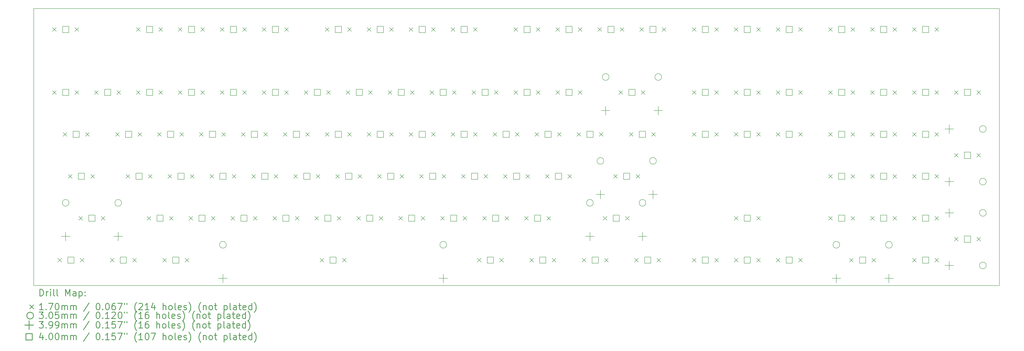
<source format=gbr>
%FSLAX45Y45*%
G04 Gerber Fmt 4.5, Leading zero omitted, Abs format (unit mm)*
G04 Created by KiCad (PCBNEW (5.1.8)-1) date 2021-04-16 20:53:05*
%MOMM*%
%LPD*%
G01*
G04 APERTURE LIST*
%TA.AperFunction,Profile*%
%ADD10C,0.200000*%
%TD*%
%ADD11C,0.200000*%
%ADD12C,0.300000*%
G04 APERTURE END LIST*
D10*
X0Y0D02*
X43862500Y0D01*
X43862500Y0D02*
X43862500Y-12582500D01*
X0Y-12582500D02*
X0Y0D01*
X0Y-12582500D02*
X43862500Y-12582500D01*
D11*
X31815750Y-9440000D02*
X31985750Y-9610000D01*
X31985750Y-9440000D02*
X31815750Y-9610000D01*
X32831750Y-9440000D02*
X33001750Y-9610000D01*
X33001750Y-9440000D02*
X32831750Y-9610000D01*
X26577000Y-3725000D02*
X26747000Y-3895000D01*
X26747000Y-3725000D02*
X26577000Y-3895000D01*
X27593000Y-3725000D02*
X27763000Y-3895000D01*
X27763000Y-3725000D02*
X27593000Y-3895000D01*
X36102000Y-5630000D02*
X36272000Y-5800000D01*
X36272000Y-5630000D02*
X36102000Y-5800000D01*
X37118000Y-5630000D02*
X37288000Y-5800000D01*
X37288000Y-5630000D02*
X37118000Y-5800000D01*
X39912000Y-5630000D02*
X40082000Y-5800000D01*
X40082000Y-5630000D02*
X39912000Y-5800000D01*
X40928000Y-5630000D02*
X41098000Y-5800000D01*
X41098000Y-5630000D02*
X40928000Y-5800000D01*
X27053250Y-5630000D02*
X27223250Y-5800000D01*
X27223250Y-5630000D02*
X27053250Y-5800000D01*
X28069250Y-5630000D02*
X28239250Y-5800000D01*
X28239250Y-5630000D02*
X28069250Y-5800000D01*
X31815750Y-3725000D02*
X31985750Y-3895000D01*
X31985750Y-3725000D02*
X31815750Y-3895000D01*
X32831750Y-3725000D02*
X33001750Y-3895000D01*
X33001750Y-3725000D02*
X32831750Y-3895000D01*
X1097625Y-11345000D02*
X1267625Y-11515000D01*
X1267625Y-11345000D02*
X1097625Y-11515000D01*
X2113625Y-11345000D02*
X2283625Y-11515000D01*
X2283625Y-11345000D02*
X2113625Y-11515000D01*
X5622000Y-5630000D02*
X5792000Y-5800000D01*
X5792000Y-5630000D02*
X5622000Y-5800000D01*
X6638000Y-5630000D02*
X6808000Y-5800000D01*
X6808000Y-5630000D02*
X6638000Y-5800000D01*
X7527000Y-5630000D02*
X7697000Y-5800000D01*
X7697000Y-5630000D02*
X7527000Y-5800000D01*
X8543000Y-5630000D02*
X8713000Y-5800000D01*
X8713000Y-5630000D02*
X8543000Y-5800000D01*
X9908250Y-7535000D02*
X10078250Y-7705000D01*
X10078250Y-7535000D02*
X9908250Y-7705000D01*
X10924250Y-7535000D02*
X11094250Y-7705000D01*
X11094250Y-7535000D02*
X10924250Y-7705000D01*
X10384500Y-3725000D02*
X10554500Y-3895000D01*
X10554500Y-3725000D02*
X10384500Y-3895000D01*
X11400500Y-3725000D02*
X11570500Y-3895000D01*
X11570500Y-3725000D02*
X11400500Y-3895000D01*
X10860750Y-9440000D02*
X11030750Y-9610000D01*
X11030750Y-9440000D02*
X10860750Y-9610000D01*
X11876750Y-9440000D02*
X12046750Y-9610000D01*
X12046750Y-9440000D02*
X11876750Y-9610000D01*
X18004500Y-3725000D02*
X18174500Y-3895000D01*
X18174500Y-3725000D02*
X18004500Y-3895000D01*
X19020500Y-3725000D02*
X19190500Y-3895000D01*
X19190500Y-3725000D02*
X19020500Y-3895000D01*
X17052000Y-867500D02*
X17222000Y-1037500D01*
X17222000Y-867500D02*
X17052000Y-1037500D01*
X18068000Y-867500D02*
X18238000Y-1037500D01*
X18238000Y-867500D02*
X18068000Y-1037500D01*
X29910750Y-5630000D02*
X30080750Y-5800000D01*
X30080750Y-5630000D02*
X29910750Y-5800000D01*
X30926750Y-5630000D02*
X31096750Y-5800000D01*
X31096750Y-5630000D02*
X30926750Y-5800000D01*
X27291375Y-11345000D02*
X27461375Y-11515000D01*
X27461375Y-11345000D02*
X27291375Y-11515000D01*
X28307375Y-11345000D02*
X28477375Y-11515000D01*
X28477375Y-11345000D02*
X28307375Y-11515000D01*
X31815750Y-11345000D02*
X31985750Y-11515000D01*
X31985750Y-11345000D02*
X31815750Y-11515000D01*
X32831750Y-11345000D02*
X33001750Y-11515000D01*
X33001750Y-11345000D02*
X32831750Y-11515000D01*
X41817000Y-10392500D02*
X41987000Y-10562500D01*
X41987000Y-10392500D02*
X41817000Y-10562500D01*
X42833000Y-10392500D02*
X43003000Y-10562500D01*
X43003000Y-10392500D02*
X42833000Y-10562500D01*
X39912000Y-9440000D02*
X40082000Y-9610000D01*
X40082000Y-9440000D02*
X39912000Y-9610000D01*
X40928000Y-9440000D02*
X41098000Y-9610000D01*
X41098000Y-9440000D02*
X40928000Y-9610000D01*
X29910750Y-11345000D02*
X30080750Y-11515000D01*
X30080750Y-11345000D02*
X29910750Y-11515000D01*
X30926750Y-11345000D02*
X31096750Y-11515000D01*
X31096750Y-11345000D02*
X30926750Y-11515000D01*
X3478875Y-11345000D02*
X3648875Y-11515000D01*
X3648875Y-11345000D02*
X3478875Y-11515000D01*
X4494875Y-11345000D02*
X4664875Y-11515000D01*
X4664875Y-11345000D02*
X4494875Y-11515000D01*
X6098250Y-7535000D02*
X6268250Y-7705000D01*
X6268250Y-7535000D02*
X6098250Y-7705000D01*
X7114250Y-7535000D02*
X7284250Y-7705000D01*
X7284250Y-7535000D02*
X7114250Y-7705000D01*
X10384500Y-867500D02*
X10554500Y-1037500D01*
X10554500Y-867500D02*
X10384500Y-1037500D01*
X11400500Y-867500D02*
X11570500Y-1037500D01*
X11570500Y-867500D02*
X11400500Y-1037500D01*
X9432000Y-5630000D02*
X9602000Y-5800000D01*
X9602000Y-5630000D02*
X9432000Y-5800000D01*
X10448000Y-5630000D02*
X10618000Y-5800000D01*
X10618000Y-5630000D02*
X10448000Y-5800000D01*
X14194500Y-3725000D02*
X14364500Y-3895000D01*
X14364500Y-3725000D02*
X14194500Y-3895000D01*
X15210500Y-3725000D02*
X15380500Y-3895000D01*
X15380500Y-3725000D02*
X15210500Y-3895000D01*
X11813250Y-7535000D02*
X11983250Y-7705000D01*
X11983250Y-7535000D02*
X11813250Y-7705000D01*
X12829250Y-7535000D02*
X12999250Y-7705000D01*
X12999250Y-7535000D02*
X12829250Y-7705000D01*
X17528250Y-7535000D02*
X17698250Y-7705000D01*
X17698250Y-7535000D02*
X17528250Y-7705000D01*
X18544250Y-7535000D02*
X18714250Y-7705000D01*
X18714250Y-7535000D02*
X18544250Y-7705000D01*
X21338250Y-7535000D02*
X21508250Y-7705000D01*
X21508250Y-7535000D02*
X21338250Y-7705000D01*
X22354250Y-7535000D02*
X22524250Y-7705000D01*
X22524250Y-7535000D02*
X22354250Y-7705000D01*
X15147000Y-5630000D02*
X15317000Y-5800000D01*
X15317000Y-5630000D02*
X15147000Y-5800000D01*
X16163000Y-5630000D02*
X16333000Y-5800000D01*
X16333000Y-5630000D02*
X16163000Y-5800000D01*
X38007000Y-5630000D02*
X38177000Y-5800000D01*
X38177000Y-5630000D02*
X38007000Y-5800000D01*
X39023000Y-5630000D02*
X39193000Y-5800000D01*
X39193000Y-5630000D02*
X39023000Y-5800000D01*
X31815750Y-867500D02*
X31985750Y-1037500D01*
X31985750Y-867500D02*
X31815750Y-1037500D01*
X32831750Y-867500D02*
X33001750Y-1037500D01*
X33001750Y-867500D02*
X32831750Y-1037500D01*
X39912000Y-11345000D02*
X40082000Y-11515000D01*
X40082000Y-11345000D02*
X39912000Y-11515000D01*
X40928000Y-11345000D02*
X41098000Y-11515000D01*
X41098000Y-11345000D02*
X40928000Y-11515000D01*
X33720750Y-867500D02*
X33890750Y-1037500D01*
X33890750Y-867500D02*
X33720750Y-1037500D01*
X34736750Y-867500D02*
X34906750Y-1037500D01*
X34906750Y-867500D02*
X34736750Y-1037500D01*
X38007000Y-867500D02*
X38177000Y-1037500D01*
X38177000Y-867500D02*
X38007000Y-1037500D01*
X39023000Y-867500D02*
X39193000Y-1037500D01*
X39193000Y-867500D02*
X39023000Y-1037500D01*
X4669500Y-3725000D02*
X4839500Y-3895000D01*
X4839500Y-3725000D02*
X4669500Y-3895000D01*
X5685500Y-3725000D02*
X5855500Y-3895000D01*
X5855500Y-3725000D02*
X5685500Y-3895000D01*
X8479500Y-867500D02*
X8649500Y-1037500D01*
X8649500Y-867500D02*
X8479500Y-1037500D01*
X9495500Y-867500D02*
X9665500Y-1037500D01*
X9665500Y-867500D02*
X9495500Y-1037500D01*
X13003875Y-11345000D02*
X13173875Y-11515000D01*
X13173875Y-11345000D02*
X13003875Y-11515000D01*
X14019875Y-11345000D02*
X14189875Y-11515000D01*
X14189875Y-11345000D02*
X14019875Y-11515000D01*
X13242000Y-5630000D02*
X13412000Y-5800000D01*
X13412000Y-5630000D02*
X13242000Y-5800000D01*
X14258000Y-5630000D02*
X14428000Y-5800000D01*
X14428000Y-5630000D02*
X14258000Y-5800000D01*
X13718250Y-7535000D02*
X13888250Y-7705000D01*
X13888250Y-7535000D02*
X13718250Y-7705000D01*
X14734250Y-7535000D02*
X14904250Y-7705000D01*
X14904250Y-7535000D02*
X14734250Y-7705000D01*
X22767000Y-5630000D02*
X22937000Y-5800000D01*
X22937000Y-5630000D02*
X22767000Y-5800000D01*
X23783000Y-5630000D02*
X23953000Y-5800000D01*
X23953000Y-5630000D02*
X23783000Y-5800000D01*
X5860125Y-11345000D02*
X6030125Y-11515000D01*
X6030125Y-11345000D02*
X5860125Y-11515000D01*
X6876125Y-11345000D02*
X7046125Y-11515000D01*
X7046125Y-11345000D02*
X6876125Y-11515000D01*
X15147000Y-867500D02*
X15317000Y-1037500D01*
X15317000Y-867500D02*
X15147000Y-1037500D01*
X16163000Y-867500D02*
X16333000Y-1037500D01*
X16333000Y-867500D02*
X16163000Y-1037500D01*
X23243250Y-7535000D02*
X23413250Y-7705000D01*
X23413250Y-7535000D02*
X23243250Y-7705000D01*
X24259250Y-7535000D02*
X24429250Y-7705000D01*
X24429250Y-7535000D02*
X24259250Y-7705000D01*
X16575750Y-9440000D02*
X16745750Y-9610000D01*
X16745750Y-9440000D02*
X16575750Y-9610000D01*
X17591750Y-9440000D02*
X17761750Y-9610000D01*
X17761750Y-9440000D02*
X17591750Y-9610000D01*
X15623250Y-7535000D02*
X15793250Y-7705000D01*
X15793250Y-7535000D02*
X15623250Y-7705000D01*
X16639250Y-7535000D02*
X16809250Y-7705000D01*
X16809250Y-7535000D02*
X16639250Y-7705000D01*
X29910750Y-867500D02*
X30080750Y-1037500D01*
X30080750Y-867500D02*
X29910750Y-1037500D01*
X30926750Y-867500D02*
X31096750Y-1037500D01*
X31096750Y-867500D02*
X30926750Y-1037500D01*
X36102000Y-867500D02*
X36272000Y-1037500D01*
X36272000Y-867500D02*
X36102000Y-1037500D01*
X37118000Y-867500D02*
X37288000Y-1037500D01*
X37288000Y-867500D02*
X37118000Y-1037500D01*
X37054500Y-11345000D02*
X37224500Y-11515000D01*
X37224500Y-11345000D02*
X37054500Y-11515000D01*
X38070500Y-11345000D02*
X38240500Y-11515000D01*
X38240500Y-11345000D02*
X38070500Y-11515000D01*
X41817000Y-3725000D02*
X41987000Y-3895000D01*
X41987000Y-3725000D02*
X41817000Y-3895000D01*
X42833000Y-3725000D02*
X43003000Y-3895000D01*
X43003000Y-3725000D02*
X42833000Y-3895000D01*
X39912000Y-3725000D02*
X40082000Y-3895000D01*
X40082000Y-3725000D02*
X39912000Y-3895000D01*
X40928000Y-3725000D02*
X41098000Y-3895000D01*
X41098000Y-3725000D02*
X40928000Y-3895000D01*
X859500Y-867500D02*
X1029500Y-1037500D01*
X1029500Y-867500D02*
X859500Y-1037500D01*
X1875500Y-867500D02*
X2045500Y-1037500D01*
X2045500Y-867500D02*
X1875500Y-1037500D01*
X3717000Y-5630000D02*
X3887000Y-5800000D01*
X3887000Y-5630000D02*
X3717000Y-5800000D01*
X4733000Y-5630000D02*
X4903000Y-5800000D01*
X4903000Y-5630000D02*
X4733000Y-5800000D01*
X12765750Y-9440000D02*
X12935750Y-9610000D01*
X12935750Y-9440000D02*
X12765750Y-9610000D01*
X13781750Y-9440000D02*
X13951750Y-9610000D01*
X13951750Y-9440000D02*
X13781750Y-9610000D01*
X18957000Y-867500D02*
X19127000Y-1037500D01*
X19127000Y-867500D02*
X18957000Y-1037500D01*
X19973000Y-867500D02*
X20143000Y-1037500D01*
X20143000Y-867500D02*
X19973000Y-1037500D01*
X21814500Y-867500D02*
X21984500Y-1037500D01*
X21984500Y-867500D02*
X21814500Y-1037500D01*
X22830500Y-867500D02*
X23000500Y-1037500D01*
X23000500Y-867500D02*
X22830500Y-1037500D01*
X19909500Y-3725000D02*
X20079500Y-3895000D01*
X20079500Y-3725000D02*
X19909500Y-3895000D01*
X20925500Y-3725000D02*
X21095500Y-3895000D01*
X21095500Y-3725000D02*
X20925500Y-3895000D01*
X8003250Y-7535000D02*
X8173250Y-7705000D01*
X8173250Y-7535000D02*
X8003250Y-7705000D01*
X9019250Y-7535000D02*
X9189250Y-7705000D01*
X9189250Y-7535000D02*
X9019250Y-7705000D01*
X12289500Y-3725000D02*
X12459500Y-3895000D01*
X12459500Y-3725000D02*
X12289500Y-3895000D01*
X13305500Y-3725000D02*
X13475500Y-3895000D01*
X13475500Y-3725000D02*
X13305500Y-3895000D01*
X16099500Y-3725000D02*
X16269500Y-3895000D01*
X16269500Y-3725000D02*
X16099500Y-3895000D01*
X17115500Y-3725000D02*
X17285500Y-3895000D01*
X17285500Y-3725000D02*
X17115500Y-3895000D01*
X17052000Y-5630000D02*
X17222000Y-5800000D01*
X17222000Y-5630000D02*
X17052000Y-5800000D01*
X18068000Y-5630000D02*
X18238000Y-5800000D01*
X18238000Y-5630000D02*
X18068000Y-5800000D01*
X24672000Y-5630000D02*
X24842000Y-5800000D01*
X24842000Y-5630000D02*
X24672000Y-5800000D01*
X25688000Y-5630000D02*
X25858000Y-5800000D01*
X25858000Y-5630000D02*
X25688000Y-5800000D01*
X36102000Y-3725000D02*
X36272000Y-3895000D01*
X36272000Y-3725000D02*
X36102000Y-3895000D01*
X37118000Y-3725000D02*
X37288000Y-3895000D01*
X37288000Y-3725000D02*
X37118000Y-3895000D01*
X36102000Y-7535000D02*
X36272000Y-7705000D01*
X36272000Y-7535000D02*
X36102000Y-7705000D01*
X37118000Y-7535000D02*
X37288000Y-7705000D01*
X37288000Y-7535000D02*
X37118000Y-7705000D01*
X24910125Y-11345000D02*
X25080125Y-11515000D01*
X25080125Y-11345000D02*
X24910125Y-11515000D01*
X25926125Y-11345000D02*
X26096125Y-11515000D01*
X26096125Y-11345000D02*
X25926125Y-11515000D01*
X2050125Y-9440000D02*
X2220125Y-9610000D01*
X2220125Y-9440000D02*
X2050125Y-9610000D01*
X3066125Y-9440000D02*
X3236125Y-9610000D01*
X3236125Y-9440000D02*
X3066125Y-9610000D01*
X25862625Y-9440000D02*
X26032625Y-9610000D01*
X26032625Y-9440000D02*
X25862625Y-9610000D01*
X26878625Y-9440000D02*
X27048625Y-9610000D01*
X27048625Y-9440000D02*
X26878625Y-9610000D01*
X859500Y-3725000D02*
X1029500Y-3895000D01*
X1029500Y-3725000D02*
X859500Y-3895000D01*
X1875500Y-3725000D02*
X2045500Y-3895000D01*
X2045500Y-3725000D02*
X1875500Y-3895000D01*
X4193250Y-7535000D02*
X4363250Y-7705000D01*
X4363250Y-7535000D02*
X4193250Y-7705000D01*
X5209250Y-7535000D02*
X5379250Y-7705000D01*
X5379250Y-7535000D02*
X5209250Y-7705000D01*
X13242000Y-867500D02*
X13412000Y-1037500D01*
X13412000Y-867500D02*
X13242000Y-1037500D01*
X14258000Y-867500D02*
X14428000Y-1037500D01*
X14428000Y-867500D02*
X14258000Y-1037500D01*
X22290750Y-9440000D02*
X22460750Y-9610000D01*
X22460750Y-9440000D02*
X22290750Y-9610000D01*
X23306750Y-9440000D02*
X23476750Y-9610000D01*
X23476750Y-9440000D02*
X23306750Y-9610000D01*
X25624500Y-867500D02*
X25794500Y-1037500D01*
X25794500Y-867500D02*
X25624500Y-1037500D01*
X26640500Y-867500D02*
X26810500Y-1037500D01*
X26810500Y-867500D02*
X26640500Y-1037500D01*
X21814500Y-3725000D02*
X21984500Y-3895000D01*
X21984500Y-3725000D02*
X21814500Y-3895000D01*
X22830500Y-3725000D02*
X23000500Y-3895000D01*
X23000500Y-3725000D02*
X22830500Y-3895000D01*
X23719500Y-3725000D02*
X23889500Y-3895000D01*
X23889500Y-3725000D02*
X23719500Y-3895000D01*
X24735500Y-3725000D02*
X24905500Y-3895000D01*
X24905500Y-3725000D02*
X24735500Y-3895000D01*
X23719500Y-867500D02*
X23889500Y-1037500D01*
X23889500Y-867500D02*
X23719500Y-1037500D01*
X24735500Y-867500D02*
X24905500Y-1037500D01*
X24905500Y-867500D02*
X24735500Y-1037500D01*
X18957000Y-5630000D02*
X19127000Y-5800000D01*
X19127000Y-5630000D02*
X18957000Y-5800000D01*
X19973000Y-5630000D02*
X20143000Y-5800000D01*
X20143000Y-5630000D02*
X19973000Y-5800000D01*
X36102000Y-9440000D02*
X36272000Y-9610000D01*
X36272000Y-9440000D02*
X36102000Y-9610000D01*
X37118000Y-9440000D02*
X37288000Y-9610000D01*
X37288000Y-9440000D02*
X37118000Y-9610000D01*
X4669500Y-867500D02*
X4839500Y-1037500D01*
X4839500Y-867500D02*
X4669500Y-1037500D01*
X5685500Y-867500D02*
X5855500Y-1037500D01*
X5855500Y-867500D02*
X5685500Y-1037500D01*
X26338875Y-7535000D02*
X26508875Y-7705000D01*
X26508875Y-7535000D02*
X26338875Y-7705000D01*
X27354875Y-7535000D02*
X27524875Y-7705000D01*
X27524875Y-7535000D02*
X27354875Y-7705000D01*
X39912000Y-867500D02*
X40082000Y-1037500D01*
X40082000Y-867500D02*
X39912000Y-1037500D01*
X40928000Y-867500D02*
X41098000Y-1037500D01*
X41098000Y-867500D02*
X40928000Y-1037500D01*
X38007000Y-7535000D02*
X38177000Y-7705000D01*
X38177000Y-7535000D02*
X38007000Y-7705000D01*
X39023000Y-7535000D02*
X39193000Y-7705000D01*
X39193000Y-7535000D02*
X39023000Y-7705000D01*
X31815750Y-5630000D02*
X31985750Y-5800000D01*
X31985750Y-5630000D02*
X31815750Y-5800000D01*
X32831750Y-5630000D02*
X33001750Y-5800000D01*
X33001750Y-5630000D02*
X32831750Y-5800000D01*
X2764500Y-3725000D02*
X2934500Y-3895000D01*
X2934500Y-3725000D02*
X2764500Y-3895000D01*
X3780500Y-3725000D02*
X3950500Y-3895000D01*
X3950500Y-3725000D02*
X3780500Y-3895000D01*
X39912000Y-7535000D02*
X40082000Y-7705000D01*
X40082000Y-7535000D02*
X39912000Y-7705000D01*
X40928000Y-7535000D02*
X41098000Y-7705000D01*
X41098000Y-7535000D02*
X40928000Y-7705000D01*
X1335750Y-5630000D02*
X1505750Y-5800000D01*
X1505750Y-5630000D02*
X1335750Y-5800000D01*
X2351750Y-5630000D02*
X2521750Y-5800000D01*
X2521750Y-5630000D02*
X2351750Y-5800000D01*
X5145750Y-9440000D02*
X5315750Y-9610000D01*
X5315750Y-9440000D02*
X5145750Y-9610000D01*
X6161750Y-9440000D02*
X6331750Y-9610000D01*
X6331750Y-9440000D02*
X6161750Y-9610000D01*
X8479500Y-3725000D02*
X8649500Y-3895000D01*
X8649500Y-3725000D02*
X8479500Y-3895000D01*
X9495500Y-3725000D02*
X9665500Y-3895000D01*
X9665500Y-3725000D02*
X9495500Y-3895000D01*
X20385750Y-9440000D02*
X20555750Y-9610000D01*
X20555750Y-9440000D02*
X20385750Y-9610000D01*
X21401750Y-9440000D02*
X21571750Y-9610000D01*
X21571750Y-9440000D02*
X21401750Y-9610000D01*
X14670750Y-9440000D02*
X14840750Y-9610000D01*
X14840750Y-9440000D02*
X14670750Y-9610000D01*
X15686750Y-9440000D02*
X15856750Y-9610000D01*
X15856750Y-9440000D02*
X15686750Y-9610000D01*
X18480750Y-9440000D02*
X18650750Y-9610000D01*
X18650750Y-9440000D02*
X18480750Y-9610000D01*
X19496750Y-9440000D02*
X19666750Y-9610000D01*
X19666750Y-9440000D02*
X19496750Y-9610000D01*
X7050750Y-9440000D02*
X7220750Y-9610000D01*
X7220750Y-9440000D02*
X7050750Y-9610000D01*
X8066750Y-9440000D02*
X8236750Y-9610000D01*
X8236750Y-9440000D02*
X8066750Y-9610000D01*
X22528875Y-11345000D02*
X22698875Y-11515000D01*
X22698875Y-11345000D02*
X22528875Y-11515000D01*
X23544875Y-11345000D02*
X23714875Y-11515000D01*
X23714875Y-11345000D02*
X23544875Y-11515000D01*
X33720750Y-3725000D02*
X33890750Y-3895000D01*
X33890750Y-3725000D02*
X33720750Y-3895000D01*
X34736750Y-3725000D02*
X34906750Y-3895000D01*
X34906750Y-3725000D02*
X34736750Y-3895000D01*
X27529500Y-867500D02*
X27699500Y-1037500D01*
X27699500Y-867500D02*
X27529500Y-1037500D01*
X28545500Y-867500D02*
X28715500Y-1037500D01*
X28715500Y-867500D02*
X28545500Y-1037500D01*
X33720750Y-5630000D02*
X33890750Y-5800000D01*
X33890750Y-5630000D02*
X33720750Y-5800000D01*
X34736750Y-5630000D02*
X34906750Y-5800000D01*
X34906750Y-5630000D02*
X34736750Y-5800000D01*
X38007000Y-9440000D02*
X38177000Y-9610000D01*
X38177000Y-9440000D02*
X38007000Y-9610000D01*
X39023000Y-9440000D02*
X39193000Y-9610000D01*
X39193000Y-9440000D02*
X39023000Y-9610000D01*
X33720750Y-11345000D02*
X33890750Y-11515000D01*
X33890750Y-11345000D02*
X33720750Y-11515000D01*
X34736750Y-11345000D02*
X34906750Y-11515000D01*
X34906750Y-11345000D02*
X34736750Y-11515000D01*
X29910750Y-3725000D02*
X30080750Y-3895000D01*
X30080750Y-3725000D02*
X29910750Y-3895000D01*
X30926750Y-3725000D02*
X31096750Y-3895000D01*
X31096750Y-3725000D02*
X30926750Y-3895000D01*
X1573875Y-7535000D02*
X1743875Y-7705000D01*
X1743875Y-7535000D02*
X1573875Y-7705000D01*
X2589875Y-7535000D02*
X2759875Y-7705000D01*
X2759875Y-7535000D02*
X2589875Y-7705000D01*
X6574500Y-3725000D02*
X6744500Y-3895000D01*
X6744500Y-3725000D02*
X6574500Y-3895000D01*
X7590500Y-3725000D02*
X7760500Y-3895000D01*
X7760500Y-3725000D02*
X7590500Y-3895000D01*
X11337000Y-5630000D02*
X11507000Y-5800000D01*
X11507000Y-5630000D02*
X11337000Y-5800000D01*
X12353000Y-5630000D02*
X12523000Y-5800000D01*
X12523000Y-5630000D02*
X12353000Y-5800000D01*
X8955750Y-9440000D02*
X9125750Y-9610000D01*
X9125750Y-9440000D02*
X8955750Y-9610000D01*
X9971750Y-9440000D02*
X10141750Y-9610000D01*
X10141750Y-9440000D02*
X9971750Y-9610000D01*
X20862000Y-5630000D02*
X21032000Y-5800000D01*
X21032000Y-5630000D02*
X20862000Y-5800000D01*
X21878000Y-5630000D02*
X22048000Y-5800000D01*
X22048000Y-5630000D02*
X21878000Y-5800000D01*
X19433250Y-7535000D02*
X19603250Y-7705000D01*
X19603250Y-7535000D02*
X19433250Y-7705000D01*
X20449250Y-7535000D02*
X20619250Y-7705000D01*
X20619250Y-7535000D02*
X20449250Y-7705000D01*
X6574500Y-867500D02*
X6744500Y-1037500D01*
X6744500Y-867500D02*
X6574500Y-1037500D01*
X7590500Y-867500D02*
X7760500Y-1037500D01*
X7760500Y-867500D02*
X7590500Y-1037500D01*
X20147625Y-11345000D02*
X20317625Y-11515000D01*
X20317625Y-11345000D02*
X20147625Y-11515000D01*
X21163625Y-11345000D02*
X21333625Y-11515000D01*
X21333625Y-11345000D02*
X21163625Y-11515000D01*
X38007000Y-3725000D02*
X38177000Y-3895000D01*
X38177000Y-3725000D02*
X38007000Y-3895000D01*
X39023000Y-3725000D02*
X39193000Y-3895000D01*
X39193000Y-3725000D02*
X39023000Y-3895000D01*
X41817000Y-6582500D02*
X41987000Y-6752500D01*
X41987000Y-6582500D02*
X41817000Y-6752500D01*
X42833000Y-6582500D02*
X43003000Y-6752500D01*
X43003000Y-6582500D02*
X42833000Y-6752500D01*
X36606100Y-10731500D02*
G75*
G03*
X36606100Y-10731500I-152400J0D01*
G01*
X38993700Y-10731500D02*
G75*
G03*
X38993700Y-10731500I-152400J0D01*
G01*
X43260900Y-5473700D02*
G75*
G03*
X43260900Y-5473700I-152400J0D01*
G01*
X43260900Y-7861300D02*
G75*
G03*
X43260900Y-7861300I-152400J0D01*
G01*
X43260900Y-9283700D02*
G75*
G03*
X43260900Y-9283700I-152400J0D01*
G01*
X43260900Y-11671300D02*
G75*
G03*
X43260900Y-11671300I-152400J0D01*
G01*
X25890475Y-6921500D02*
G75*
G03*
X25890475Y-6921500I-152400J0D01*
G01*
X28278075Y-6921500D02*
G75*
G03*
X28278075Y-6921500I-152400J0D01*
G01*
X8745475Y-10731500D02*
G75*
G03*
X8745475Y-10731500I-152400J0D01*
G01*
X18753075Y-10731500D02*
G75*
G03*
X18753075Y-10731500I-152400J0D01*
G01*
X1601725Y-8826500D02*
G75*
G03*
X1601725Y-8826500I-152400J0D01*
G01*
X3989325Y-8826500D02*
G75*
G03*
X3989325Y-8826500I-152400J0D01*
G01*
X25414225Y-8826500D02*
G75*
G03*
X25414225Y-8826500I-152400J0D01*
G01*
X27801825Y-8826500D02*
G75*
G03*
X27801825Y-8826500I-152400J0D01*
G01*
X26128600Y-3111500D02*
G75*
G03*
X26128600Y-3111500I-152400J0D01*
G01*
X28516200Y-3111500D02*
G75*
G03*
X28516200Y-3111500I-152400J0D01*
G01*
X41584500Y-5274310D02*
X41584500Y-5673090D01*
X41385110Y-5473700D02*
X41783890Y-5473700D01*
X41584500Y-7661910D02*
X41584500Y-8060690D01*
X41385110Y-7861300D02*
X41783890Y-7861300D01*
X41584500Y-9084310D02*
X41584500Y-9483090D01*
X41385110Y-9283700D02*
X41783890Y-9283700D01*
X41584500Y-11471910D02*
X41584500Y-11870690D01*
X41385110Y-11671300D02*
X41783890Y-11671300D01*
X25738075Y-8246110D02*
X25738075Y-8644890D01*
X25538685Y-8445500D02*
X25937465Y-8445500D01*
X28125675Y-8246110D02*
X28125675Y-8644890D01*
X27926285Y-8445500D02*
X28325065Y-8445500D01*
X8593075Y-12056110D02*
X8593075Y-12454890D01*
X8393685Y-12255500D02*
X8792465Y-12255500D01*
X18600675Y-12056110D02*
X18600675Y-12454890D01*
X18401285Y-12255500D02*
X18800065Y-12255500D01*
X1449325Y-10151110D02*
X1449325Y-10549890D01*
X1249935Y-10350500D02*
X1648715Y-10350500D01*
X3836925Y-10151110D02*
X3836925Y-10549890D01*
X3637535Y-10350500D02*
X4036315Y-10350500D01*
X25261825Y-10151110D02*
X25261825Y-10549890D01*
X25062435Y-10350500D02*
X25461215Y-10350500D01*
X27649425Y-10151110D02*
X27649425Y-10549890D01*
X27450035Y-10350500D02*
X27848815Y-10350500D01*
X25976200Y-4436110D02*
X25976200Y-4834890D01*
X25776810Y-4635500D02*
X26175590Y-4635500D01*
X28363800Y-4436110D02*
X28363800Y-4834890D01*
X28164410Y-4635500D02*
X28563190Y-4635500D01*
X36453700Y-12056110D02*
X36453700Y-12454890D01*
X36254310Y-12255500D02*
X36653090Y-12255500D01*
X38841300Y-12056110D02*
X38841300Y-12454890D01*
X38641910Y-12255500D02*
X39040690Y-12255500D01*
X19215173Y-9666423D02*
X19215173Y-9383577D01*
X18932327Y-9383577D01*
X18932327Y-9666423D01*
X19215173Y-9666423D01*
X7785173Y-9666423D02*
X7785173Y-9383577D01*
X7502327Y-9383577D01*
X7502327Y-9666423D01*
X7785173Y-9666423D01*
X23263298Y-11571423D02*
X23263298Y-11288577D01*
X22980452Y-11288577D01*
X22980452Y-11571423D01*
X23263298Y-11571423D01*
X34455173Y-3951423D02*
X34455173Y-3668577D01*
X34172327Y-3668577D01*
X34172327Y-3951423D01*
X34455173Y-3951423D01*
X28263923Y-1093923D02*
X28263923Y-811077D01*
X27981077Y-811077D01*
X27981077Y-1093923D01*
X28263923Y-1093923D01*
X34455173Y-5856423D02*
X34455173Y-5573577D01*
X34172327Y-5573577D01*
X34172327Y-5856423D01*
X34455173Y-5856423D01*
X38741423Y-9666423D02*
X38741423Y-9383577D01*
X38458577Y-9383577D01*
X38458577Y-9666423D01*
X38741423Y-9666423D01*
X34455173Y-11571423D02*
X34455173Y-11288577D01*
X34172327Y-11288577D01*
X34172327Y-11571423D01*
X34455173Y-11571423D01*
X30645173Y-3951423D02*
X30645173Y-3668577D01*
X30362327Y-3668577D01*
X30362327Y-3951423D01*
X30645173Y-3951423D01*
X2308298Y-7761423D02*
X2308298Y-7478577D01*
X2025452Y-7478577D01*
X2025452Y-7761423D01*
X2308298Y-7761423D01*
X7308923Y-3951423D02*
X7308923Y-3668577D01*
X7026077Y-3668577D01*
X7026077Y-3951423D01*
X7308923Y-3951423D01*
X12071423Y-5856423D02*
X12071423Y-5573577D01*
X11788577Y-5573577D01*
X11788577Y-5856423D01*
X12071423Y-5856423D01*
X9690173Y-9666423D02*
X9690173Y-9383577D01*
X9407327Y-9383577D01*
X9407327Y-9666423D01*
X9690173Y-9666423D01*
X21596423Y-5856423D02*
X21596423Y-5573577D01*
X21313577Y-5573577D01*
X21313577Y-5856423D01*
X21596423Y-5856423D01*
X20167673Y-7761423D02*
X20167673Y-7478577D01*
X19884827Y-7478577D01*
X19884827Y-7761423D01*
X20167673Y-7761423D01*
X7308923Y-1093923D02*
X7308923Y-811077D01*
X7026077Y-811077D01*
X7026077Y-1093923D01*
X7308923Y-1093923D01*
X20882048Y-11571423D02*
X20882048Y-11288577D01*
X20599202Y-11288577D01*
X20599202Y-11571423D01*
X20882048Y-11571423D01*
X38741423Y-3951423D02*
X38741423Y-3668577D01*
X38458577Y-3668577D01*
X38458577Y-3951423D01*
X38741423Y-3951423D01*
X42551423Y-6808923D02*
X42551423Y-6526077D01*
X42268577Y-6526077D01*
X42268577Y-6808923D01*
X42551423Y-6808923D01*
X32550173Y-9666423D02*
X32550173Y-9383577D01*
X32267327Y-9383577D01*
X32267327Y-9666423D01*
X32550173Y-9666423D01*
X27311423Y-3951423D02*
X27311423Y-3668577D01*
X27028577Y-3668577D01*
X27028577Y-3951423D01*
X27311423Y-3951423D01*
X36836423Y-5856423D02*
X36836423Y-5573577D01*
X36553577Y-5573577D01*
X36553577Y-5856423D01*
X36836423Y-5856423D01*
X40646423Y-5856423D02*
X40646423Y-5573577D01*
X40363577Y-5573577D01*
X40363577Y-5856423D01*
X40646423Y-5856423D01*
X27787673Y-5856423D02*
X27787673Y-5573577D01*
X27504827Y-5573577D01*
X27504827Y-5856423D01*
X27787673Y-5856423D01*
X32550173Y-3951423D02*
X32550173Y-3668577D01*
X32267327Y-3668577D01*
X32267327Y-3951423D01*
X32550173Y-3951423D01*
X1832048Y-11571423D02*
X1832048Y-11288577D01*
X1549202Y-11288577D01*
X1549202Y-11571423D01*
X1832048Y-11571423D01*
X6356423Y-5856423D02*
X6356423Y-5573577D01*
X6073577Y-5573577D01*
X6073577Y-5856423D01*
X6356423Y-5856423D01*
X8261423Y-5856423D02*
X8261423Y-5573577D01*
X7978577Y-5573577D01*
X7978577Y-5856423D01*
X8261423Y-5856423D01*
X10642673Y-7761423D02*
X10642673Y-7478577D01*
X10359827Y-7478577D01*
X10359827Y-7761423D01*
X10642673Y-7761423D01*
X11118923Y-3951423D02*
X11118923Y-3668577D01*
X10836077Y-3668577D01*
X10836077Y-3951423D01*
X11118923Y-3951423D01*
X11595173Y-9666423D02*
X11595173Y-9383577D01*
X11312327Y-9383577D01*
X11312327Y-9666423D01*
X11595173Y-9666423D01*
X18738923Y-3951423D02*
X18738923Y-3668577D01*
X18456077Y-3668577D01*
X18456077Y-3951423D01*
X18738923Y-3951423D01*
X17786423Y-1093923D02*
X17786423Y-811077D01*
X17503577Y-811077D01*
X17503577Y-1093923D01*
X17786423Y-1093923D01*
X30645173Y-5856423D02*
X30645173Y-5573577D01*
X30362327Y-5573577D01*
X30362327Y-5856423D01*
X30645173Y-5856423D01*
X28025798Y-11571423D02*
X28025798Y-11288577D01*
X27742952Y-11288577D01*
X27742952Y-11571423D01*
X28025798Y-11571423D01*
X32550173Y-11571423D02*
X32550173Y-11288577D01*
X32267327Y-11288577D01*
X32267327Y-11571423D01*
X32550173Y-11571423D01*
X42551423Y-10618923D02*
X42551423Y-10336077D01*
X42268577Y-10336077D01*
X42268577Y-10618923D01*
X42551423Y-10618923D01*
X40646423Y-9666423D02*
X40646423Y-9383577D01*
X40363577Y-9383577D01*
X40363577Y-9666423D01*
X40646423Y-9666423D01*
X30645173Y-11571423D02*
X30645173Y-11288577D01*
X30362327Y-11288577D01*
X30362327Y-11571423D01*
X30645173Y-11571423D01*
X4213298Y-11571423D02*
X4213298Y-11288577D01*
X3930452Y-11288577D01*
X3930452Y-11571423D01*
X4213298Y-11571423D01*
X6832673Y-7761423D02*
X6832673Y-7478577D01*
X6549827Y-7478577D01*
X6549827Y-7761423D01*
X6832673Y-7761423D01*
X11118923Y-1093923D02*
X11118923Y-811077D01*
X10836077Y-811077D01*
X10836077Y-1093923D01*
X11118923Y-1093923D01*
X10166423Y-5856423D02*
X10166423Y-5573577D01*
X9883577Y-5573577D01*
X9883577Y-5856423D01*
X10166423Y-5856423D01*
X14928923Y-3951423D02*
X14928923Y-3668577D01*
X14646077Y-3668577D01*
X14646077Y-3951423D01*
X14928923Y-3951423D01*
X12547673Y-7761423D02*
X12547673Y-7478577D01*
X12264827Y-7478577D01*
X12264827Y-7761423D01*
X12547673Y-7761423D01*
X18262673Y-7761423D02*
X18262673Y-7478577D01*
X17979827Y-7478577D01*
X17979827Y-7761423D01*
X18262673Y-7761423D01*
X22072673Y-7761423D02*
X22072673Y-7478577D01*
X21789827Y-7478577D01*
X21789827Y-7761423D01*
X22072673Y-7761423D01*
X15881423Y-5856423D02*
X15881423Y-5573577D01*
X15598577Y-5573577D01*
X15598577Y-5856423D01*
X15881423Y-5856423D01*
X38741423Y-5856423D02*
X38741423Y-5573577D01*
X38458577Y-5573577D01*
X38458577Y-5856423D01*
X38741423Y-5856423D01*
X32550173Y-1093923D02*
X32550173Y-811077D01*
X32267327Y-811077D01*
X32267327Y-1093923D01*
X32550173Y-1093923D01*
X40646423Y-11571423D02*
X40646423Y-11288577D01*
X40363577Y-11288577D01*
X40363577Y-11571423D01*
X40646423Y-11571423D01*
X34455173Y-1093923D02*
X34455173Y-811077D01*
X34172327Y-811077D01*
X34172327Y-1093923D01*
X34455173Y-1093923D01*
X38741423Y-1093923D02*
X38741423Y-811077D01*
X38458577Y-811077D01*
X38458577Y-1093923D01*
X38741423Y-1093923D01*
X5403923Y-3951423D02*
X5403923Y-3668577D01*
X5121077Y-3668577D01*
X5121077Y-3951423D01*
X5403923Y-3951423D01*
X9213923Y-1093923D02*
X9213923Y-811077D01*
X8931077Y-811077D01*
X8931077Y-1093923D01*
X9213923Y-1093923D01*
X13738298Y-11571423D02*
X13738298Y-11288577D01*
X13455452Y-11288577D01*
X13455452Y-11571423D01*
X13738298Y-11571423D01*
X13976423Y-5856423D02*
X13976423Y-5573577D01*
X13693577Y-5573577D01*
X13693577Y-5856423D01*
X13976423Y-5856423D01*
X14452673Y-7761423D02*
X14452673Y-7478577D01*
X14169827Y-7478577D01*
X14169827Y-7761423D01*
X14452673Y-7761423D01*
X23501423Y-5856423D02*
X23501423Y-5573577D01*
X23218577Y-5573577D01*
X23218577Y-5856423D01*
X23501423Y-5856423D01*
X6594548Y-11571423D02*
X6594548Y-11288577D01*
X6311702Y-11288577D01*
X6311702Y-11571423D01*
X6594548Y-11571423D01*
X15881423Y-1093923D02*
X15881423Y-811077D01*
X15598577Y-811077D01*
X15598577Y-1093923D01*
X15881423Y-1093923D01*
X23977673Y-7761423D02*
X23977673Y-7478577D01*
X23694827Y-7478577D01*
X23694827Y-7761423D01*
X23977673Y-7761423D01*
X17310173Y-9666423D02*
X17310173Y-9383577D01*
X17027327Y-9383577D01*
X17027327Y-9666423D01*
X17310173Y-9666423D01*
X16357673Y-7761423D02*
X16357673Y-7478577D01*
X16074827Y-7478577D01*
X16074827Y-7761423D01*
X16357673Y-7761423D01*
X30645173Y-1093923D02*
X30645173Y-811077D01*
X30362327Y-811077D01*
X30362327Y-1093923D01*
X30645173Y-1093923D01*
X36836423Y-1093923D02*
X36836423Y-811077D01*
X36553577Y-811077D01*
X36553577Y-1093923D01*
X36836423Y-1093923D01*
X37788923Y-11571423D02*
X37788923Y-11288577D01*
X37506077Y-11288577D01*
X37506077Y-11571423D01*
X37788923Y-11571423D01*
X42551423Y-3951423D02*
X42551423Y-3668577D01*
X42268577Y-3668577D01*
X42268577Y-3951423D01*
X42551423Y-3951423D01*
X40646423Y-3951423D02*
X40646423Y-3668577D01*
X40363577Y-3668577D01*
X40363577Y-3951423D01*
X40646423Y-3951423D01*
X1593923Y-1093923D02*
X1593923Y-811077D01*
X1311077Y-811077D01*
X1311077Y-1093923D01*
X1593923Y-1093923D01*
X4451423Y-5856423D02*
X4451423Y-5573577D01*
X4168577Y-5573577D01*
X4168577Y-5856423D01*
X4451423Y-5856423D01*
X13500173Y-9666423D02*
X13500173Y-9383577D01*
X13217327Y-9383577D01*
X13217327Y-9666423D01*
X13500173Y-9666423D01*
X19691423Y-1093923D02*
X19691423Y-811077D01*
X19408577Y-811077D01*
X19408577Y-1093923D01*
X19691423Y-1093923D01*
X22548923Y-1093923D02*
X22548923Y-811077D01*
X22266077Y-811077D01*
X22266077Y-1093923D01*
X22548923Y-1093923D01*
X20643923Y-3951423D02*
X20643923Y-3668577D01*
X20361077Y-3668577D01*
X20361077Y-3951423D01*
X20643923Y-3951423D01*
X8737673Y-7761423D02*
X8737673Y-7478577D01*
X8454827Y-7478577D01*
X8454827Y-7761423D01*
X8737673Y-7761423D01*
X13023923Y-3951423D02*
X13023923Y-3668577D01*
X12741077Y-3668577D01*
X12741077Y-3951423D01*
X13023923Y-3951423D01*
X16833923Y-3951423D02*
X16833923Y-3668577D01*
X16551077Y-3668577D01*
X16551077Y-3951423D01*
X16833923Y-3951423D01*
X17786423Y-5856423D02*
X17786423Y-5573577D01*
X17503577Y-5573577D01*
X17503577Y-5856423D01*
X17786423Y-5856423D01*
X25406423Y-5856423D02*
X25406423Y-5573577D01*
X25123577Y-5573577D01*
X25123577Y-5856423D01*
X25406423Y-5856423D01*
X36836423Y-3951423D02*
X36836423Y-3668577D01*
X36553577Y-3668577D01*
X36553577Y-3951423D01*
X36836423Y-3951423D01*
X36836423Y-7761423D02*
X36836423Y-7478577D01*
X36553577Y-7478577D01*
X36553577Y-7761423D01*
X36836423Y-7761423D01*
X25644548Y-11571423D02*
X25644548Y-11288577D01*
X25361702Y-11288577D01*
X25361702Y-11571423D01*
X25644548Y-11571423D01*
X2784548Y-9666423D02*
X2784548Y-9383577D01*
X2501702Y-9383577D01*
X2501702Y-9666423D01*
X2784548Y-9666423D01*
X26597048Y-9666423D02*
X26597048Y-9383577D01*
X26314202Y-9383577D01*
X26314202Y-9666423D01*
X26597048Y-9666423D01*
X1593923Y-3951423D02*
X1593923Y-3668577D01*
X1311077Y-3668577D01*
X1311077Y-3951423D01*
X1593923Y-3951423D01*
X4927673Y-7761423D02*
X4927673Y-7478577D01*
X4644827Y-7478577D01*
X4644827Y-7761423D01*
X4927673Y-7761423D01*
X13976423Y-1093923D02*
X13976423Y-811077D01*
X13693577Y-811077D01*
X13693577Y-1093923D01*
X13976423Y-1093923D01*
X23025173Y-9666423D02*
X23025173Y-9383577D01*
X22742327Y-9383577D01*
X22742327Y-9666423D01*
X23025173Y-9666423D01*
X26358923Y-1093923D02*
X26358923Y-811077D01*
X26076077Y-811077D01*
X26076077Y-1093923D01*
X26358923Y-1093923D01*
X22548923Y-3951423D02*
X22548923Y-3668577D01*
X22266077Y-3668577D01*
X22266077Y-3951423D01*
X22548923Y-3951423D01*
X24453923Y-3951423D02*
X24453923Y-3668577D01*
X24171077Y-3668577D01*
X24171077Y-3951423D01*
X24453923Y-3951423D01*
X24453923Y-1093923D02*
X24453923Y-811077D01*
X24171077Y-811077D01*
X24171077Y-1093923D01*
X24453923Y-1093923D01*
X19691423Y-5856423D02*
X19691423Y-5573577D01*
X19408577Y-5573577D01*
X19408577Y-5856423D01*
X19691423Y-5856423D01*
X36836423Y-9666423D02*
X36836423Y-9383577D01*
X36553577Y-9383577D01*
X36553577Y-9666423D01*
X36836423Y-9666423D01*
X5403923Y-1093923D02*
X5403923Y-811077D01*
X5121077Y-811077D01*
X5121077Y-1093923D01*
X5403923Y-1093923D01*
X27073298Y-7761423D02*
X27073298Y-7478577D01*
X26790452Y-7478577D01*
X26790452Y-7761423D01*
X27073298Y-7761423D01*
X40646423Y-1093923D02*
X40646423Y-811077D01*
X40363577Y-811077D01*
X40363577Y-1093923D01*
X40646423Y-1093923D01*
X38741423Y-7761423D02*
X38741423Y-7478577D01*
X38458577Y-7478577D01*
X38458577Y-7761423D01*
X38741423Y-7761423D01*
X32550173Y-5856423D02*
X32550173Y-5573577D01*
X32267327Y-5573577D01*
X32267327Y-5856423D01*
X32550173Y-5856423D01*
X3498923Y-3951423D02*
X3498923Y-3668577D01*
X3216077Y-3668577D01*
X3216077Y-3951423D01*
X3498923Y-3951423D01*
X40646423Y-7761423D02*
X40646423Y-7478577D01*
X40363577Y-7478577D01*
X40363577Y-7761423D01*
X40646423Y-7761423D01*
X2070173Y-5856423D02*
X2070173Y-5573577D01*
X1787327Y-5573577D01*
X1787327Y-5856423D01*
X2070173Y-5856423D01*
X5880173Y-9666423D02*
X5880173Y-9383577D01*
X5597327Y-9383577D01*
X5597327Y-9666423D01*
X5880173Y-9666423D01*
X9213923Y-3951423D02*
X9213923Y-3668577D01*
X8931077Y-3668577D01*
X8931077Y-3951423D01*
X9213923Y-3951423D01*
X21120173Y-9666423D02*
X21120173Y-9383577D01*
X20837327Y-9383577D01*
X20837327Y-9666423D01*
X21120173Y-9666423D01*
X15405173Y-9666423D02*
X15405173Y-9383577D01*
X15122327Y-9383577D01*
X15122327Y-9666423D01*
X15405173Y-9666423D01*
D12*
X276428Y-13058214D02*
X276428Y-12758214D01*
X347857Y-12758214D01*
X390714Y-12772500D01*
X419286Y-12801071D01*
X433571Y-12829643D01*
X447857Y-12886786D01*
X447857Y-12929643D01*
X433571Y-12986786D01*
X419286Y-13015357D01*
X390714Y-13043929D01*
X347857Y-13058214D01*
X276428Y-13058214D01*
X576428Y-13058214D02*
X576428Y-12858214D01*
X576428Y-12915357D02*
X590714Y-12886786D01*
X605000Y-12872500D01*
X633571Y-12858214D01*
X662143Y-12858214D01*
X762143Y-13058214D02*
X762143Y-12858214D01*
X762143Y-12758214D02*
X747857Y-12772500D01*
X762143Y-12786786D01*
X776428Y-12772500D01*
X762143Y-12758214D01*
X762143Y-12786786D01*
X947857Y-13058214D02*
X919286Y-13043929D01*
X905000Y-13015357D01*
X905000Y-12758214D01*
X1105000Y-13058214D02*
X1076428Y-13043929D01*
X1062143Y-13015357D01*
X1062143Y-12758214D01*
X1447857Y-13058214D02*
X1447857Y-12758214D01*
X1547857Y-12972500D01*
X1647857Y-12758214D01*
X1647857Y-13058214D01*
X1919286Y-13058214D02*
X1919286Y-12901071D01*
X1905000Y-12872500D01*
X1876428Y-12858214D01*
X1819286Y-12858214D01*
X1790714Y-12872500D01*
X1919286Y-13043929D02*
X1890714Y-13058214D01*
X1819286Y-13058214D01*
X1790714Y-13043929D01*
X1776428Y-13015357D01*
X1776428Y-12986786D01*
X1790714Y-12958214D01*
X1819286Y-12943929D01*
X1890714Y-12943929D01*
X1919286Y-12929643D01*
X2062143Y-12858214D02*
X2062143Y-13158214D01*
X2062143Y-12872500D02*
X2090714Y-12858214D01*
X2147857Y-12858214D01*
X2176428Y-12872500D01*
X2190714Y-12886786D01*
X2205000Y-12915357D01*
X2205000Y-13001071D01*
X2190714Y-13029643D01*
X2176428Y-13043929D01*
X2147857Y-13058214D01*
X2090714Y-13058214D01*
X2062143Y-13043929D01*
X2333571Y-13029643D02*
X2347857Y-13043929D01*
X2333571Y-13058214D01*
X2319286Y-13043929D01*
X2333571Y-13029643D01*
X2333571Y-13058214D01*
X2333571Y-12872500D02*
X2347857Y-12886786D01*
X2333571Y-12901071D01*
X2319286Y-12886786D01*
X2333571Y-12872500D01*
X2333571Y-12901071D01*
X-180000Y-13467500D02*
X-10000Y-13637500D01*
X-10000Y-13467500D02*
X-180000Y-13637500D01*
X433571Y-13688214D02*
X262143Y-13688214D01*
X347857Y-13688214D02*
X347857Y-13388214D01*
X319286Y-13431071D01*
X290714Y-13459643D01*
X262143Y-13473929D01*
X562143Y-13659643D02*
X576428Y-13673929D01*
X562143Y-13688214D01*
X547857Y-13673929D01*
X562143Y-13659643D01*
X562143Y-13688214D01*
X676428Y-13388214D02*
X876428Y-13388214D01*
X747857Y-13688214D01*
X1047857Y-13388214D02*
X1076428Y-13388214D01*
X1105000Y-13402500D01*
X1119286Y-13416786D01*
X1133571Y-13445357D01*
X1147857Y-13502500D01*
X1147857Y-13573929D01*
X1133571Y-13631071D01*
X1119286Y-13659643D01*
X1105000Y-13673929D01*
X1076428Y-13688214D01*
X1047857Y-13688214D01*
X1019286Y-13673929D01*
X1005000Y-13659643D01*
X990714Y-13631071D01*
X976428Y-13573929D01*
X976428Y-13502500D01*
X990714Y-13445357D01*
X1005000Y-13416786D01*
X1019286Y-13402500D01*
X1047857Y-13388214D01*
X1276428Y-13688214D02*
X1276428Y-13488214D01*
X1276428Y-13516786D02*
X1290714Y-13502500D01*
X1319286Y-13488214D01*
X1362143Y-13488214D01*
X1390714Y-13502500D01*
X1405000Y-13531071D01*
X1405000Y-13688214D01*
X1405000Y-13531071D02*
X1419286Y-13502500D01*
X1447857Y-13488214D01*
X1490714Y-13488214D01*
X1519286Y-13502500D01*
X1533571Y-13531071D01*
X1533571Y-13688214D01*
X1676428Y-13688214D02*
X1676428Y-13488214D01*
X1676428Y-13516786D02*
X1690714Y-13502500D01*
X1719286Y-13488214D01*
X1762143Y-13488214D01*
X1790714Y-13502500D01*
X1805000Y-13531071D01*
X1805000Y-13688214D01*
X1805000Y-13531071D02*
X1819286Y-13502500D01*
X1847857Y-13488214D01*
X1890714Y-13488214D01*
X1919286Y-13502500D01*
X1933571Y-13531071D01*
X1933571Y-13688214D01*
X2519286Y-13373929D02*
X2262143Y-13759643D01*
X2905000Y-13388214D02*
X2933571Y-13388214D01*
X2962143Y-13402500D01*
X2976428Y-13416786D01*
X2990714Y-13445357D01*
X3005000Y-13502500D01*
X3005000Y-13573929D01*
X2990714Y-13631071D01*
X2976428Y-13659643D01*
X2962143Y-13673929D01*
X2933571Y-13688214D01*
X2905000Y-13688214D01*
X2876428Y-13673929D01*
X2862143Y-13659643D01*
X2847857Y-13631071D01*
X2833571Y-13573929D01*
X2833571Y-13502500D01*
X2847857Y-13445357D01*
X2862143Y-13416786D01*
X2876428Y-13402500D01*
X2905000Y-13388214D01*
X3133571Y-13659643D02*
X3147857Y-13673929D01*
X3133571Y-13688214D01*
X3119286Y-13673929D01*
X3133571Y-13659643D01*
X3133571Y-13688214D01*
X3333571Y-13388214D02*
X3362143Y-13388214D01*
X3390714Y-13402500D01*
X3405000Y-13416786D01*
X3419286Y-13445357D01*
X3433571Y-13502500D01*
X3433571Y-13573929D01*
X3419286Y-13631071D01*
X3405000Y-13659643D01*
X3390714Y-13673929D01*
X3362143Y-13688214D01*
X3333571Y-13688214D01*
X3305000Y-13673929D01*
X3290714Y-13659643D01*
X3276428Y-13631071D01*
X3262143Y-13573929D01*
X3262143Y-13502500D01*
X3276428Y-13445357D01*
X3290714Y-13416786D01*
X3305000Y-13402500D01*
X3333571Y-13388214D01*
X3690714Y-13388214D02*
X3633571Y-13388214D01*
X3605000Y-13402500D01*
X3590714Y-13416786D01*
X3562143Y-13459643D01*
X3547857Y-13516786D01*
X3547857Y-13631071D01*
X3562143Y-13659643D01*
X3576428Y-13673929D01*
X3605000Y-13688214D01*
X3662143Y-13688214D01*
X3690714Y-13673929D01*
X3705000Y-13659643D01*
X3719286Y-13631071D01*
X3719286Y-13559643D01*
X3705000Y-13531071D01*
X3690714Y-13516786D01*
X3662143Y-13502500D01*
X3605000Y-13502500D01*
X3576428Y-13516786D01*
X3562143Y-13531071D01*
X3547857Y-13559643D01*
X3819286Y-13388214D02*
X4019286Y-13388214D01*
X3890714Y-13688214D01*
X4119286Y-13388214D02*
X4119286Y-13445357D01*
X4233571Y-13388214D02*
X4233571Y-13445357D01*
X4676428Y-13802500D02*
X4662143Y-13788214D01*
X4633571Y-13745357D01*
X4619286Y-13716786D01*
X4605000Y-13673929D01*
X4590714Y-13602500D01*
X4590714Y-13545357D01*
X4605000Y-13473929D01*
X4619286Y-13431071D01*
X4633571Y-13402500D01*
X4662143Y-13359643D01*
X4676428Y-13345357D01*
X4776428Y-13416786D02*
X4790714Y-13402500D01*
X4819286Y-13388214D01*
X4890714Y-13388214D01*
X4919286Y-13402500D01*
X4933571Y-13416786D01*
X4947857Y-13445357D01*
X4947857Y-13473929D01*
X4933571Y-13516786D01*
X4762143Y-13688214D01*
X4947857Y-13688214D01*
X5233571Y-13688214D02*
X5062143Y-13688214D01*
X5147857Y-13688214D02*
X5147857Y-13388214D01*
X5119286Y-13431071D01*
X5090714Y-13459643D01*
X5062143Y-13473929D01*
X5490714Y-13488214D02*
X5490714Y-13688214D01*
X5419286Y-13373929D02*
X5347857Y-13588214D01*
X5533571Y-13588214D01*
X5876428Y-13688214D02*
X5876428Y-13388214D01*
X6005000Y-13688214D02*
X6005000Y-13531071D01*
X5990714Y-13502500D01*
X5962143Y-13488214D01*
X5919286Y-13488214D01*
X5890714Y-13502500D01*
X5876428Y-13516786D01*
X6190714Y-13688214D02*
X6162143Y-13673929D01*
X6147857Y-13659643D01*
X6133571Y-13631071D01*
X6133571Y-13545357D01*
X6147857Y-13516786D01*
X6162143Y-13502500D01*
X6190714Y-13488214D01*
X6233571Y-13488214D01*
X6262143Y-13502500D01*
X6276428Y-13516786D01*
X6290714Y-13545357D01*
X6290714Y-13631071D01*
X6276428Y-13659643D01*
X6262143Y-13673929D01*
X6233571Y-13688214D01*
X6190714Y-13688214D01*
X6462143Y-13688214D02*
X6433571Y-13673929D01*
X6419286Y-13645357D01*
X6419286Y-13388214D01*
X6690714Y-13673929D02*
X6662143Y-13688214D01*
X6605000Y-13688214D01*
X6576428Y-13673929D01*
X6562143Y-13645357D01*
X6562143Y-13531071D01*
X6576428Y-13502500D01*
X6605000Y-13488214D01*
X6662143Y-13488214D01*
X6690714Y-13502500D01*
X6705000Y-13531071D01*
X6705000Y-13559643D01*
X6562143Y-13588214D01*
X6819286Y-13673929D02*
X6847857Y-13688214D01*
X6905000Y-13688214D01*
X6933571Y-13673929D01*
X6947857Y-13645357D01*
X6947857Y-13631071D01*
X6933571Y-13602500D01*
X6905000Y-13588214D01*
X6862143Y-13588214D01*
X6833571Y-13573929D01*
X6819286Y-13545357D01*
X6819286Y-13531071D01*
X6833571Y-13502500D01*
X6862143Y-13488214D01*
X6905000Y-13488214D01*
X6933571Y-13502500D01*
X7047857Y-13802500D02*
X7062143Y-13788214D01*
X7090714Y-13745357D01*
X7105000Y-13716786D01*
X7119286Y-13673929D01*
X7133571Y-13602500D01*
X7133571Y-13545357D01*
X7119286Y-13473929D01*
X7105000Y-13431071D01*
X7090714Y-13402500D01*
X7062143Y-13359643D01*
X7047857Y-13345357D01*
X7590714Y-13802500D02*
X7576428Y-13788214D01*
X7547857Y-13745357D01*
X7533571Y-13716786D01*
X7519286Y-13673929D01*
X7505000Y-13602500D01*
X7505000Y-13545357D01*
X7519286Y-13473929D01*
X7533571Y-13431071D01*
X7547857Y-13402500D01*
X7576428Y-13359643D01*
X7590714Y-13345357D01*
X7705000Y-13488214D02*
X7705000Y-13688214D01*
X7705000Y-13516786D02*
X7719286Y-13502500D01*
X7747857Y-13488214D01*
X7790714Y-13488214D01*
X7819286Y-13502500D01*
X7833571Y-13531071D01*
X7833571Y-13688214D01*
X8019286Y-13688214D02*
X7990714Y-13673929D01*
X7976428Y-13659643D01*
X7962143Y-13631071D01*
X7962143Y-13545357D01*
X7976428Y-13516786D01*
X7990714Y-13502500D01*
X8019286Y-13488214D01*
X8062143Y-13488214D01*
X8090714Y-13502500D01*
X8105000Y-13516786D01*
X8119286Y-13545357D01*
X8119286Y-13631071D01*
X8105000Y-13659643D01*
X8090714Y-13673929D01*
X8062143Y-13688214D01*
X8019286Y-13688214D01*
X8205000Y-13488214D02*
X8319286Y-13488214D01*
X8247857Y-13388214D02*
X8247857Y-13645357D01*
X8262143Y-13673929D01*
X8290714Y-13688214D01*
X8319286Y-13688214D01*
X8647857Y-13488214D02*
X8647857Y-13788214D01*
X8647857Y-13502500D02*
X8676428Y-13488214D01*
X8733571Y-13488214D01*
X8762143Y-13502500D01*
X8776428Y-13516786D01*
X8790714Y-13545357D01*
X8790714Y-13631071D01*
X8776428Y-13659643D01*
X8762143Y-13673929D01*
X8733571Y-13688214D01*
X8676428Y-13688214D01*
X8647857Y-13673929D01*
X8962143Y-13688214D02*
X8933571Y-13673929D01*
X8919286Y-13645357D01*
X8919286Y-13388214D01*
X9205000Y-13688214D02*
X9205000Y-13531071D01*
X9190714Y-13502500D01*
X9162143Y-13488214D01*
X9105000Y-13488214D01*
X9076428Y-13502500D01*
X9205000Y-13673929D02*
X9176428Y-13688214D01*
X9105000Y-13688214D01*
X9076428Y-13673929D01*
X9062143Y-13645357D01*
X9062143Y-13616786D01*
X9076428Y-13588214D01*
X9105000Y-13573929D01*
X9176428Y-13573929D01*
X9205000Y-13559643D01*
X9305000Y-13488214D02*
X9419286Y-13488214D01*
X9347857Y-13388214D02*
X9347857Y-13645357D01*
X9362143Y-13673929D01*
X9390714Y-13688214D01*
X9419286Y-13688214D01*
X9633571Y-13673929D02*
X9605000Y-13688214D01*
X9547857Y-13688214D01*
X9519286Y-13673929D01*
X9505000Y-13645357D01*
X9505000Y-13531071D01*
X9519286Y-13502500D01*
X9547857Y-13488214D01*
X9605000Y-13488214D01*
X9633571Y-13502500D01*
X9647857Y-13531071D01*
X9647857Y-13559643D01*
X9505000Y-13588214D01*
X9905000Y-13688214D02*
X9905000Y-13388214D01*
X9905000Y-13673929D02*
X9876428Y-13688214D01*
X9819286Y-13688214D01*
X9790714Y-13673929D01*
X9776428Y-13659643D01*
X9762143Y-13631071D01*
X9762143Y-13545357D01*
X9776428Y-13516786D01*
X9790714Y-13502500D01*
X9819286Y-13488214D01*
X9876428Y-13488214D01*
X9905000Y-13502500D01*
X10019286Y-13802500D02*
X10033571Y-13788214D01*
X10062143Y-13745357D01*
X10076428Y-13716786D01*
X10090714Y-13673929D01*
X10105000Y-13602500D01*
X10105000Y-13545357D01*
X10090714Y-13473929D01*
X10076428Y-13431071D01*
X10062143Y-13402500D01*
X10033571Y-13359643D01*
X10019286Y-13345357D01*
X-10000Y-13948500D02*
G75*
G03*
X-10000Y-13948500I-152400J0D01*
G01*
X247857Y-13784214D02*
X433571Y-13784214D01*
X333571Y-13898500D01*
X376428Y-13898500D01*
X405000Y-13912786D01*
X419286Y-13927071D01*
X433571Y-13955643D01*
X433571Y-14027071D01*
X419286Y-14055643D01*
X405000Y-14069929D01*
X376428Y-14084214D01*
X290714Y-14084214D01*
X262143Y-14069929D01*
X247857Y-14055643D01*
X562143Y-14055643D02*
X576428Y-14069929D01*
X562143Y-14084214D01*
X547857Y-14069929D01*
X562143Y-14055643D01*
X562143Y-14084214D01*
X762143Y-13784214D02*
X790714Y-13784214D01*
X819286Y-13798500D01*
X833571Y-13812786D01*
X847857Y-13841357D01*
X862143Y-13898500D01*
X862143Y-13969929D01*
X847857Y-14027071D01*
X833571Y-14055643D01*
X819286Y-14069929D01*
X790714Y-14084214D01*
X762143Y-14084214D01*
X733571Y-14069929D01*
X719286Y-14055643D01*
X705000Y-14027071D01*
X690714Y-13969929D01*
X690714Y-13898500D01*
X705000Y-13841357D01*
X719286Y-13812786D01*
X733571Y-13798500D01*
X762143Y-13784214D01*
X1133571Y-13784214D02*
X990714Y-13784214D01*
X976428Y-13927071D01*
X990714Y-13912786D01*
X1019286Y-13898500D01*
X1090714Y-13898500D01*
X1119286Y-13912786D01*
X1133571Y-13927071D01*
X1147857Y-13955643D01*
X1147857Y-14027071D01*
X1133571Y-14055643D01*
X1119286Y-14069929D01*
X1090714Y-14084214D01*
X1019286Y-14084214D01*
X990714Y-14069929D01*
X976428Y-14055643D01*
X1276428Y-14084214D02*
X1276428Y-13884214D01*
X1276428Y-13912786D02*
X1290714Y-13898500D01*
X1319286Y-13884214D01*
X1362143Y-13884214D01*
X1390714Y-13898500D01*
X1405000Y-13927071D01*
X1405000Y-14084214D01*
X1405000Y-13927071D02*
X1419286Y-13898500D01*
X1447857Y-13884214D01*
X1490714Y-13884214D01*
X1519286Y-13898500D01*
X1533571Y-13927071D01*
X1533571Y-14084214D01*
X1676428Y-14084214D02*
X1676428Y-13884214D01*
X1676428Y-13912786D02*
X1690714Y-13898500D01*
X1719286Y-13884214D01*
X1762143Y-13884214D01*
X1790714Y-13898500D01*
X1805000Y-13927071D01*
X1805000Y-14084214D01*
X1805000Y-13927071D02*
X1819286Y-13898500D01*
X1847857Y-13884214D01*
X1890714Y-13884214D01*
X1919286Y-13898500D01*
X1933571Y-13927071D01*
X1933571Y-14084214D01*
X2519286Y-13769929D02*
X2262143Y-14155643D01*
X2905000Y-13784214D02*
X2933571Y-13784214D01*
X2962143Y-13798500D01*
X2976428Y-13812786D01*
X2990714Y-13841357D01*
X3005000Y-13898500D01*
X3005000Y-13969929D01*
X2990714Y-14027071D01*
X2976428Y-14055643D01*
X2962143Y-14069929D01*
X2933571Y-14084214D01*
X2905000Y-14084214D01*
X2876428Y-14069929D01*
X2862143Y-14055643D01*
X2847857Y-14027071D01*
X2833571Y-13969929D01*
X2833571Y-13898500D01*
X2847857Y-13841357D01*
X2862143Y-13812786D01*
X2876428Y-13798500D01*
X2905000Y-13784214D01*
X3133571Y-14055643D02*
X3147857Y-14069929D01*
X3133571Y-14084214D01*
X3119286Y-14069929D01*
X3133571Y-14055643D01*
X3133571Y-14084214D01*
X3433571Y-14084214D02*
X3262143Y-14084214D01*
X3347857Y-14084214D02*
X3347857Y-13784214D01*
X3319286Y-13827071D01*
X3290714Y-13855643D01*
X3262143Y-13869929D01*
X3547857Y-13812786D02*
X3562143Y-13798500D01*
X3590714Y-13784214D01*
X3662143Y-13784214D01*
X3690714Y-13798500D01*
X3705000Y-13812786D01*
X3719286Y-13841357D01*
X3719286Y-13869929D01*
X3705000Y-13912786D01*
X3533571Y-14084214D01*
X3719286Y-14084214D01*
X3905000Y-13784214D02*
X3933571Y-13784214D01*
X3962143Y-13798500D01*
X3976428Y-13812786D01*
X3990714Y-13841357D01*
X4005000Y-13898500D01*
X4005000Y-13969929D01*
X3990714Y-14027071D01*
X3976428Y-14055643D01*
X3962143Y-14069929D01*
X3933571Y-14084214D01*
X3905000Y-14084214D01*
X3876428Y-14069929D01*
X3862143Y-14055643D01*
X3847857Y-14027071D01*
X3833571Y-13969929D01*
X3833571Y-13898500D01*
X3847857Y-13841357D01*
X3862143Y-13812786D01*
X3876428Y-13798500D01*
X3905000Y-13784214D01*
X4119286Y-13784214D02*
X4119286Y-13841357D01*
X4233571Y-13784214D02*
X4233571Y-13841357D01*
X4676428Y-14198500D02*
X4662143Y-14184214D01*
X4633571Y-14141357D01*
X4619286Y-14112786D01*
X4605000Y-14069929D01*
X4590714Y-13998500D01*
X4590714Y-13941357D01*
X4605000Y-13869929D01*
X4619286Y-13827071D01*
X4633571Y-13798500D01*
X4662143Y-13755643D01*
X4676428Y-13741357D01*
X4947857Y-14084214D02*
X4776428Y-14084214D01*
X4862143Y-14084214D02*
X4862143Y-13784214D01*
X4833571Y-13827071D01*
X4805000Y-13855643D01*
X4776428Y-13869929D01*
X5205000Y-13784214D02*
X5147857Y-13784214D01*
X5119286Y-13798500D01*
X5105000Y-13812786D01*
X5076428Y-13855643D01*
X5062143Y-13912786D01*
X5062143Y-14027071D01*
X5076428Y-14055643D01*
X5090714Y-14069929D01*
X5119286Y-14084214D01*
X5176428Y-14084214D01*
X5205000Y-14069929D01*
X5219286Y-14055643D01*
X5233571Y-14027071D01*
X5233571Y-13955643D01*
X5219286Y-13927071D01*
X5205000Y-13912786D01*
X5176428Y-13898500D01*
X5119286Y-13898500D01*
X5090714Y-13912786D01*
X5076428Y-13927071D01*
X5062143Y-13955643D01*
X5590714Y-14084214D02*
X5590714Y-13784214D01*
X5719286Y-14084214D02*
X5719286Y-13927071D01*
X5705000Y-13898500D01*
X5676428Y-13884214D01*
X5633571Y-13884214D01*
X5605000Y-13898500D01*
X5590714Y-13912786D01*
X5905000Y-14084214D02*
X5876428Y-14069929D01*
X5862143Y-14055643D01*
X5847857Y-14027071D01*
X5847857Y-13941357D01*
X5862143Y-13912786D01*
X5876428Y-13898500D01*
X5905000Y-13884214D01*
X5947857Y-13884214D01*
X5976428Y-13898500D01*
X5990714Y-13912786D01*
X6005000Y-13941357D01*
X6005000Y-14027071D01*
X5990714Y-14055643D01*
X5976428Y-14069929D01*
X5947857Y-14084214D01*
X5905000Y-14084214D01*
X6176428Y-14084214D02*
X6147857Y-14069929D01*
X6133571Y-14041357D01*
X6133571Y-13784214D01*
X6405000Y-14069929D02*
X6376428Y-14084214D01*
X6319286Y-14084214D01*
X6290714Y-14069929D01*
X6276428Y-14041357D01*
X6276428Y-13927071D01*
X6290714Y-13898500D01*
X6319286Y-13884214D01*
X6376428Y-13884214D01*
X6405000Y-13898500D01*
X6419286Y-13927071D01*
X6419286Y-13955643D01*
X6276428Y-13984214D01*
X6533571Y-14069929D02*
X6562143Y-14084214D01*
X6619286Y-14084214D01*
X6647857Y-14069929D01*
X6662143Y-14041357D01*
X6662143Y-14027071D01*
X6647857Y-13998500D01*
X6619286Y-13984214D01*
X6576428Y-13984214D01*
X6547857Y-13969929D01*
X6533571Y-13941357D01*
X6533571Y-13927071D01*
X6547857Y-13898500D01*
X6576428Y-13884214D01*
X6619286Y-13884214D01*
X6647857Y-13898500D01*
X6762143Y-14198500D02*
X6776428Y-14184214D01*
X6805000Y-14141357D01*
X6819286Y-14112786D01*
X6833571Y-14069929D01*
X6847857Y-13998500D01*
X6847857Y-13941357D01*
X6833571Y-13869929D01*
X6819286Y-13827071D01*
X6805000Y-13798500D01*
X6776428Y-13755643D01*
X6762143Y-13741357D01*
X7305000Y-14198500D02*
X7290714Y-14184214D01*
X7262143Y-14141357D01*
X7247857Y-14112786D01*
X7233571Y-14069929D01*
X7219286Y-13998500D01*
X7219286Y-13941357D01*
X7233571Y-13869929D01*
X7247857Y-13827071D01*
X7262143Y-13798500D01*
X7290714Y-13755643D01*
X7305000Y-13741357D01*
X7419286Y-13884214D02*
X7419286Y-14084214D01*
X7419286Y-13912786D02*
X7433571Y-13898500D01*
X7462143Y-13884214D01*
X7505000Y-13884214D01*
X7533571Y-13898500D01*
X7547857Y-13927071D01*
X7547857Y-14084214D01*
X7733571Y-14084214D02*
X7705000Y-14069929D01*
X7690714Y-14055643D01*
X7676428Y-14027071D01*
X7676428Y-13941357D01*
X7690714Y-13912786D01*
X7705000Y-13898500D01*
X7733571Y-13884214D01*
X7776428Y-13884214D01*
X7805000Y-13898500D01*
X7819286Y-13912786D01*
X7833571Y-13941357D01*
X7833571Y-14027071D01*
X7819286Y-14055643D01*
X7805000Y-14069929D01*
X7776428Y-14084214D01*
X7733571Y-14084214D01*
X7919286Y-13884214D02*
X8033571Y-13884214D01*
X7962143Y-13784214D02*
X7962143Y-14041357D01*
X7976428Y-14069929D01*
X8005000Y-14084214D01*
X8033571Y-14084214D01*
X8362143Y-13884214D02*
X8362143Y-14184214D01*
X8362143Y-13898500D02*
X8390714Y-13884214D01*
X8447857Y-13884214D01*
X8476428Y-13898500D01*
X8490714Y-13912786D01*
X8505000Y-13941357D01*
X8505000Y-14027071D01*
X8490714Y-14055643D01*
X8476428Y-14069929D01*
X8447857Y-14084214D01*
X8390714Y-14084214D01*
X8362143Y-14069929D01*
X8676428Y-14084214D02*
X8647857Y-14069929D01*
X8633571Y-14041357D01*
X8633571Y-13784214D01*
X8919286Y-14084214D02*
X8919286Y-13927071D01*
X8905000Y-13898500D01*
X8876428Y-13884214D01*
X8819286Y-13884214D01*
X8790714Y-13898500D01*
X8919286Y-14069929D02*
X8890714Y-14084214D01*
X8819286Y-14084214D01*
X8790714Y-14069929D01*
X8776428Y-14041357D01*
X8776428Y-14012786D01*
X8790714Y-13984214D01*
X8819286Y-13969929D01*
X8890714Y-13969929D01*
X8919286Y-13955643D01*
X9019286Y-13884214D02*
X9133571Y-13884214D01*
X9062143Y-13784214D02*
X9062143Y-14041357D01*
X9076428Y-14069929D01*
X9105000Y-14084214D01*
X9133571Y-14084214D01*
X9347857Y-14069929D02*
X9319286Y-14084214D01*
X9262143Y-14084214D01*
X9233571Y-14069929D01*
X9219286Y-14041357D01*
X9219286Y-13927071D01*
X9233571Y-13898500D01*
X9262143Y-13884214D01*
X9319286Y-13884214D01*
X9347857Y-13898500D01*
X9362143Y-13927071D01*
X9362143Y-13955643D01*
X9219286Y-13984214D01*
X9619286Y-14084214D02*
X9619286Y-13784214D01*
X9619286Y-14069929D02*
X9590714Y-14084214D01*
X9533571Y-14084214D01*
X9505000Y-14069929D01*
X9490714Y-14055643D01*
X9476428Y-14027071D01*
X9476428Y-13941357D01*
X9490714Y-13912786D01*
X9505000Y-13898500D01*
X9533571Y-13884214D01*
X9590714Y-13884214D01*
X9619286Y-13898500D01*
X9733571Y-14198500D02*
X9747857Y-14184214D01*
X9776428Y-14141357D01*
X9790714Y-14112786D01*
X9805000Y-14069929D01*
X9819286Y-13998500D01*
X9819286Y-13941357D01*
X9805000Y-13869929D01*
X9790714Y-13827071D01*
X9776428Y-13798500D01*
X9747857Y-13755643D01*
X9733571Y-13741357D01*
X-209390Y-14183910D02*
X-209390Y-14582690D01*
X-408780Y-14383300D02*
X-10000Y-14383300D01*
X247857Y-14219014D02*
X433571Y-14219014D01*
X333571Y-14333300D01*
X376428Y-14333300D01*
X405000Y-14347586D01*
X419286Y-14361871D01*
X433571Y-14390443D01*
X433571Y-14461871D01*
X419286Y-14490443D01*
X405000Y-14504729D01*
X376428Y-14519014D01*
X290714Y-14519014D01*
X262143Y-14504729D01*
X247857Y-14490443D01*
X562143Y-14490443D02*
X576428Y-14504729D01*
X562143Y-14519014D01*
X547857Y-14504729D01*
X562143Y-14490443D01*
X562143Y-14519014D01*
X719286Y-14519014D02*
X776428Y-14519014D01*
X805000Y-14504729D01*
X819286Y-14490443D01*
X847857Y-14447586D01*
X862143Y-14390443D01*
X862143Y-14276157D01*
X847857Y-14247586D01*
X833571Y-14233300D01*
X805000Y-14219014D01*
X747857Y-14219014D01*
X719286Y-14233300D01*
X705000Y-14247586D01*
X690714Y-14276157D01*
X690714Y-14347586D01*
X705000Y-14376157D01*
X719286Y-14390443D01*
X747857Y-14404729D01*
X805000Y-14404729D01*
X833571Y-14390443D01*
X847857Y-14376157D01*
X862143Y-14347586D01*
X1005000Y-14519014D02*
X1062143Y-14519014D01*
X1090714Y-14504729D01*
X1105000Y-14490443D01*
X1133571Y-14447586D01*
X1147857Y-14390443D01*
X1147857Y-14276157D01*
X1133571Y-14247586D01*
X1119286Y-14233300D01*
X1090714Y-14219014D01*
X1033571Y-14219014D01*
X1005000Y-14233300D01*
X990714Y-14247586D01*
X976428Y-14276157D01*
X976428Y-14347586D01*
X990714Y-14376157D01*
X1005000Y-14390443D01*
X1033571Y-14404729D01*
X1090714Y-14404729D01*
X1119286Y-14390443D01*
X1133571Y-14376157D01*
X1147857Y-14347586D01*
X1276428Y-14519014D02*
X1276428Y-14319014D01*
X1276428Y-14347586D02*
X1290714Y-14333300D01*
X1319286Y-14319014D01*
X1362143Y-14319014D01*
X1390714Y-14333300D01*
X1405000Y-14361871D01*
X1405000Y-14519014D01*
X1405000Y-14361871D02*
X1419286Y-14333300D01*
X1447857Y-14319014D01*
X1490714Y-14319014D01*
X1519286Y-14333300D01*
X1533571Y-14361871D01*
X1533571Y-14519014D01*
X1676428Y-14519014D02*
X1676428Y-14319014D01*
X1676428Y-14347586D02*
X1690714Y-14333300D01*
X1719286Y-14319014D01*
X1762143Y-14319014D01*
X1790714Y-14333300D01*
X1805000Y-14361871D01*
X1805000Y-14519014D01*
X1805000Y-14361871D02*
X1819286Y-14333300D01*
X1847857Y-14319014D01*
X1890714Y-14319014D01*
X1919286Y-14333300D01*
X1933571Y-14361871D01*
X1933571Y-14519014D01*
X2519286Y-14204729D02*
X2262143Y-14590443D01*
X2905000Y-14219014D02*
X2933571Y-14219014D01*
X2962143Y-14233300D01*
X2976428Y-14247586D01*
X2990714Y-14276157D01*
X3005000Y-14333300D01*
X3005000Y-14404729D01*
X2990714Y-14461871D01*
X2976428Y-14490443D01*
X2962143Y-14504729D01*
X2933571Y-14519014D01*
X2905000Y-14519014D01*
X2876428Y-14504729D01*
X2862143Y-14490443D01*
X2847857Y-14461871D01*
X2833571Y-14404729D01*
X2833571Y-14333300D01*
X2847857Y-14276157D01*
X2862143Y-14247586D01*
X2876428Y-14233300D01*
X2905000Y-14219014D01*
X3133571Y-14490443D02*
X3147857Y-14504729D01*
X3133571Y-14519014D01*
X3119286Y-14504729D01*
X3133571Y-14490443D01*
X3133571Y-14519014D01*
X3433571Y-14519014D02*
X3262143Y-14519014D01*
X3347857Y-14519014D02*
X3347857Y-14219014D01*
X3319286Y-14261871D01*
X3290714Y-14290443D01*
X3262143Y-14304729D01*
X3705000Y-14219014D02*
X3562143Y-14219014D01*
X3547857Y-14361871D01*
X3562143Y-14347586D01*
X3590714Y-14333300D01*
X3662143Y-14333300D01*
X3690714Y-14347586D01*
X3705000Y-14361871D01*
X3719286Y-14390443D01*
X3719286Y-14461871D01*
X3705000Y-14490443D01*
X3690714Y-14504729D01*
X3662143Y-14519014D01*
X3590714Y-14519014D01*
X3562143Y-14504729D01*
X3547857Y-14490443D01*
X3819286Y-14219014D02*
X4019286Y-14219014D01*
X3890714Y-14519014D01*
X4119286Y-14219014D02*
X4119286Y-14276157D01*
X4233571Y-14219014D02*
X4233571Y-14276157D01*
X4676428Y-14633300D02*
X4662143Y-14619014D01*
X4633571Y-14576157D01*
X4619286Y-14547586D01*
X4605000Y-14504729D01*
X4590714Y-14433300D01*
X4590714Y-14376157D01*
X4605000Y-14304729D01*
X4619286Y-14261871D01*
X4633571Y-14233300D01*
X4662143Y-14190443D01*
X4676428Y-14176157D01*
X4947857Y-14519014D02*
X4776428Y-14519014D01*
X4862143Y-14519014D02*
X4862143Y-14219014D01*
X4833571Y-14261871D01*
X4805000Y-14290443D01*
X4776428Y-14304729D01*
X5205000Y-14219014D02*
X5147857Y-14219014D01*
X5119286Y-14233300D01*
X5105000Y-14247586D01*
X5076428Y-14290443D01*
X5062143Y-14347586D01*
X5062143Y-14461871D01*
X5076428Y-14490443D01*
X5090714Y-14504729D01*
X5119286Y-14519014D01*
X5176428Y-14519014D01*
X5205000Y-14504729D01*
X5219286Y-14490443D01*
X5233571Y-14461871D01*
X5233571Y-14390443D01*
X5219286Y-14361871D01*
X5205000Y-14347586D01*
X5176428Y-14333300D01*
X5119286Y-14333300D01*
X5090714Y-14347586D01*
X5076428Y-14361871D01*
X5062143Y-14390443D01*
X5590714Y-14519014D02*
X5590714Y-14219014D01*
X5719286Y-14519014D02*
X5719286Y-14361871D01*
X5705000Y-14333300D01*
X5676428Y-14319014D01*
X5633571Y-14319014D01*
X5605000Y-14333300D01*
X5590714Y-14347586D01*
X5905000Y-14519014D02*
X5876428Y-14504729D01*
X5862143Y-14490443D01*
X5847857Y-14461871D01*
X5847857Y-14376157D01*
X5862143Y-14347586D01*
X5876428Y-14333300D01*
X5905000Y-14319014D01*
X5947857Y-14319014D01*
X5976428Y-14333300D01*
X5990714Y-14347586D01*
X6005000Y-14376157D01*
X6005000Y-14461871D01*
X5990714Y-14490443D01*
X5976428Y-14504729D01*
X5947857Y-14519014D01*
X5905000Y-14519014D01*
X6176428Y-14519014D02*
X6147857Y-14504729D01*
X6133571Y-14476157D01*
X6133571Y-14219014D01*
X6405000Y-14504729D02*
X6376428Y-14519014D01*
X6319286Y-14519014D01*
X6290714Y-14504729D01*
X6276428Y-14476157D01*
X6276428Y-14361871D01*
X6290714Y-14333300D01*
X6319286Y-14319014D01*
X6376428Y-14319014D01*
X6405000Y-14333300D01*
X6419286Y-14361871D01*
X6419286Y-14390443D01*
X6276428Y-14419014D01*
X6533571Y-14504729D02*
X6562143Y-14519014D01*
X6619286Y-14519014D01*
X6647857Y-14504729D01*
X6662143Y-14476157D01*
X6662143Y-14461871D01*
X6647857Y-14433300D01*
X6619286Y-14419014D01*
X6576428Y-14419014D01*
X6547857Y-14404729D01*
X6533571Y-14376157D01*
X6533571Y-14361871D01*
X6547857Y-14333300D01*
X6576428Y-14319014D01*
X6619286Y-14319014D01*
X6647857Y-14333300D01*
X6762143Y-14633300D02*
X6776428Y-14619014D01*
X6805000Y-14576157D01*
X6819286Y-14547586D01*
X6833571Y-14504729D01*
X6847857Y-14433300D01*
X6847857Y-14376157D01*
X6833571Y-14304729D01*
X6819286Y-14261871D01*
X6805000Y-14233300D01*
X6776428Y-14190443D01*
X6762143Y-14176157D01*
X7305000Y-14633300D02*
X7290714Y-14619014D01*
X7262143Y-14576157D01*
X7247857Y-14547586D01*
X7233571Y-14504729D01*
X7219286Y-14433300D01*
X7219286Y-14376157D01*
X7233571Y-14304729D01*
X7247857Y-14261871D01*
X7262143Y-14233300D01*
X7290714Y-14190443D01*
X7305000Y-14176157D01*
X7419286Y-14319014D02*
X7419286Y-14519014D01*
X7419286Y-14347586D02*
X7433571Y-14333300D01*
X7462143Y-14319014D01*
X7505000Y-14319014D01*
X7533571Y-14333300D01*
X7547857Y-14361871D01*
X7547857Y-14519014D01*
X7733571Y-14519014D02*
X7705000Y-14504729D01*
X7690714Y-14490443D01*
X7676428Y-14461871D01*
X7676428Y-14376157D01*
X7690714Y-14347586D01*
X7705000Y-14333300D01*
X7733571Y-14319014D01*
X7776428Y-14319014D01*
X7805000Y-14333300D01*
X7819286Y-14347586D01*
X7833571Y-14376157D01*
X7833571Y-14461871D01*
X7819286Y-14490443D01*
X7805000Y-14504729D01*
X7776428Y-14519014D01*
X7733571Y-14519014D01*
X7919286Y-14319014D02*
X8033571Y-14319014D01*
X7962143Y-14219014D02*
X7962143Y-14476157D01*
X7976428Y-14504729D01*
X8005000Y-14519014D01*
X8033571Y-14519014D01*
X8362143Y-14319014D02*
X8362143Y-14619014D01*
X8362143Y-14333300D02*
X8390714Y-14319014D01*
X8447857Y-14319014D01*
X8476428Y-14333300D01*
X8490714Y-14347586D01*
X8505000Y-14376157D01*
X8505000Y-14461871D01*
X8490714Y-14490443D01*
X8476428Y-14504729D01*
X8447857Y-14519014D01*
X8390714Y-14519014D01*
X8362143Y-14504729D01*
X8676428Y-14519014D02*
X8647857Y-14504729D01*
X8633571Y-14476157D01*
X8633571Y-14219014D01*
X8919286Y-14519014D02*
X8919286Y-14361871D01*
X8905000Y-14333300D01*
X8876428Y-14319014D01*
X8819286Y-14319014D01*
X8790714Y-14333300D01*
X8919286Y-14504729D02*
X8890714Y-14519014D01*
X8819286Y-14519014D01*
X8790714Y-14504729D01*
X8776428Y-14476157D01*
X8776428Y-14447586D01*
X8790714Y-14419014D01*
X8819286Y-14404729D01*
X8890714Y-14404729D01*
X8919286Y-14390443D01*
X9019286Y-14319014D02*
X9133571Y-14319014D01*
X9062143Y-14219014D02*
X9062143Y-14476157D01*
X9076428Y-14504729D01*
X9105000Y-14519014D01*
X9133571Y-14519014D01*
X9347857Y-14504729D02*
X9319286Y-14519014D01*
X9262143Y-14519014D01*
X9233571Y-14504729D01*
X9219286Y-14476157D01*
X9219286Y-14361871D01*
X9233571Y-14333300D01*
X9262143Y-14319014D01*
X9319286Y-14319014D01*
X9347857Y-14333300D01*
X9362143Y-14361871D01*
X9362143Y-14390443D01*
X9219286Y-14419014D01*
X9619286Y-14519014D02*
X9619286Y-14219014D01*
X9619286Y-14504729D02*
X9590714Y-14519014D01*
X9533571Y-14519014D01*
X9505000Y-14504729D01*
X9490714Y-14490443D01*
X9476428Y-14461871D01*
X9476428Y-14376157D01*
X9490714Y-14347586D01*
X9505000Y-14333300D01*
X9533571Y-14319014D01*
X9590714Y-14319014D01*
X9619286Y-14333300D01*
X9733571Y-14633300D02*
X9747857Y-14619014D01*
X9776428Y-14576157D01*
X9790714Y-14547586D01*
X9805000Y-14504729D01*
X9819286Y-14433300D01*
X9819286Y-14376157D01*
X9805000Y-14304729D01*
X9790714Y-14261871D01*
X9776428Y-14233300D01*
X9747857Y-14190443D01*
X9733571Y-14176157D01*
X-68577Y-15053503D02*
X-68577Y-14770657D01*
X-351423Y-14770657D01*
X-351423Y-15053503D01*
X-68577Y-15053503D01*
X405000Y-14847794D02*
X405000Y-15047794D01*
X333571Y-14733509D02*
X262143Y-14947794D01*
X447857Y-14947794D01*
X562143Y-15019223D02*
X576428Y-15033509D01*
X562143Y-15047794D01*
X547857Y-15033509D01*
X562143Y-15019223D01*
X562143Y-15047794D01*
X762143Y-14747794D02*
X790714Y-14747794D01*
X819286Y-14762080D01*
X833571Y-14776366D01*
X847857Y-14804937D01*
X862143Y-14862080D01*
X862143Y-14933509D01*
X847857Y-14990651D01*
X833571Y-15019223D01*
X819286Y-15033509D01*
X790714Y-15047794D01*
X762143Y-15047794D01*
X733571Y-15033509D01*
X719286Y-15019223D01*
X705000Y-14990651D01*
X690714Y-14933509D01*
X690714Y-14862080D01*
X705000Y-14804937D01*
X719286Y-14776366D01*
X733571Y-14762080D01*
X762143Y-14747794D01*
X1047857Y-14747794D02*
X1076428Y-14747794D01*
X1105000Y-14762080D01*
X1119286Y-14776366D01*
X1133571Y-14804937D01*
X1147857Y-14862080D01*
X1147857Y-14933509D01*
X1133571Y-14990651D01*
X1119286Y-15019223D01*
X1105000Y-15033509D01*
X1076428Y-15047794D01*
X1047857Y-15047794D01*
X1019286Y-15033509D01*
X1005000Y-15019223D01*
X990714Y-14990651D01*
X976428Y-14933509D01*
X976428Y-14862080D01*
X990714Y-14804937D01*
X1005000Y-14776366D01*
X1019286Y-14762080D01*
X1047857Y-14747794D01*
X1276428Y-15047794D02*
X1276428Y-14847794D01*
X1276428Y-14876366D02*
X1290714Y-14862080D01*
X1319286Y-14847794D01*
X1362143Y-14847794D01*
X1390714Y-14862080D01*
X1405000Y-14890651D01*
X1405000Y-15047794D01*
X1405000Y-14890651D02*
X1419286Y-14862080D01*
X1447857Y-14847794D01*
X1490714Y-14847794D01*
X1519286Y-14862080D01*
X1533571Y-14890651D01*
X1533571Y-15047794D01*
X1676428Y-15047794D02*
X1676428Y-14847794D01*
X1676428Y-14876366D02*
X1690714Y-14862080D01*
X1719286Y-14847794D01*
X1762143Y-14847794D01*
X1790714Y-14862080D01*
X1805000Y-14890651D01*
X1805000Y-15047794D01*
X1805000Y-14890651D02*
X1819286Y-14862080D01*
X1847857Y-14847794D01*
X1890714Y-14847794D01*
X1919286Y-14862080D01*
X1933571Y-14890651D01*
X1933571Y-15047794D01*
X2519286Y-14733509D02*
X2262143Y-15119223D01*
X2905000Y-14747794D02*
X2933571Y-14747794D01*
X2962143Y-14762080D01*
X2976428Y-14776366D01*
X2990714Y-14804937D01*
X3005000Y-14862080D01*
X3005000Y-14933509D01*
X2990714Y-14990651D01*
X2976428Y-15019223D01*
X2962143Y-15033509D01*
X2933571Y-15047794D01*
X2905000Y-15047794D01*
X2876428Y-15033509D01*
X2862143Y-15019223D01*
X2847857Y-14990651D01*
X2833571Y-14933509D01*
X2833571Y-14862080D01*
X2847857Y-14804937D01*
X2862143Y-14776366D01*
X2876428Y-14762080D01*
X2905000Y-14747794D01*
X3133571Y-15019223D02*
X3147857Y-15033509D01*
X3133571Y-15047794D01*
X3119286Y-15033509D01*
X3133571Y-15019223D01*
X3133571Y-15047794D01*
X3433571Y-15047794D02*
X3262143Y-15047794D01*
X3347857Y-15047794D02*
X3347857Y-14747794D01*
X3319286Y-14790651D01*
X3290714Y-14819223D01*
X3262143Y-14833509D01*
X3705000Y-14747794D02*
X3562143Y-14747794D01*
X3547857Y-14890651D01*
X3562143Y-14876366D01*
X3590714Y-14862080D01*
X3662143Y-14862080D01*
X3690714Y-14876366D01*
X3705000Y-14890651D01*
X3719286Y-14919223D01*
X3719286Y-14990651D01*
X3705000Y-15019223D01*
X3690714Y-15033509D01*
X3662143Y-15047794D01*
X3590714Y-15047794D01*
X3562143Y-15033509D01*
X3547857Y-15019223D01*
X3819286Y-14747794D02*
X4019286Y-14747794D01*
X3890714Y-15047794D01*
X4119286Y-14747794D02*
X4119286Y-14804937D01*
X4233571Y-14747794D02*
X4233571Y-14804937D01*
X4676428Y-15162080D02*
X4662143Y-15147794D01*
X4633571Y-15104937D01*
X4619286Y-15076366D01*
X4605000Y-15033509D01*
X4590714Y-14962080D01*
X4590714Y-14904937D01*
X4605000Y-14833509D01*
X4619286Y-14790651D01*
X4633571Y-14762080D01*
X4662143Y-14719223D01*
X4676428Y-14704937D01*
X4947857Y-15047794D02*
X4776428Y-15047794D01*
X4862143Y-15047794D02*
X4862143Y-14747794D01*
X4833571Y-14790651D01*
X4805000Y-14819223D01*
X4776428Y-14833509D01*
X5133571Y-14747794D02*
X5162143Y-14747794D01*
X5190714Y-14762080D01*
X5205000Y-14776366D01*
X5219286Y-14804937D01*
X5233571Y-14862080D01*
X5233571Y-14933509D01*
X5219286Y-14990651D01*
X5205000Y-15019223D01*
X5190714Y-15033509D01*
X5162143Y-15047794D01*
X5133571Y-15047794D01*
X5105000Y-15033509D01*
X5090714Y-15019223D01*
X5076428Y-14990651D01*
X5062143Y-14933509D01*
X5062143Y-14862080D01*
X5076428Y-14804937D01*
X5090714Y-14776366D01*
X5105000Y-14762080D01*
X5133571Y-14747794D01*
X5333571Y-14747794D02*
X5533571Y-14747794D01*
X5405000Y-15047794D01*
X5876428Y-15047794D02*
X5876428Y-14747794D01*
X6005000Y-15047794D02*
X6005000Y-14890651D01*
X5990714Y-14862080D01*
X5962143Y-14847794D01*
X5919286Y-14847794D01*
X5890714Y-14862080D01*
X5876428Y-14876366D01*
X6190714Y-15047794D02*
X6162143Y-15033509D01*
X6147857Y-15019223D01*
X6133571Y-14990651D01*
X6133571Y-14904937D01*
X6147857Y-14876366D01*
X6162143Y-14862080D01*
X6190714Y-14847794D01*
X6233571Y-14847794D01*
X6262143Y-14862080D01*
X6276428Y-14876366D01*
X6290714Y-14904937D01*
X6290714Y-14990651D01*
X6276428Y-15019223D01*
X6262143Y-15033509D01*
X6233571Y-15047794D01*
X6190714Y-15047794D01*
X6462143Y-15047794D02*
X6433571Y-15033509D01*
X6419286Y-15004937D01*
X6419286Y-14747794D01*
X6690714Y-15033509D02*
X6662143Y-15047794D01*
X6605000Y-15047794D01*
X6576428Y-15033509D01*
X6562143Y-15004937D01*
X6562143Y-14890651D01*
X6576428Y-14862080D01*
X6605000Y-14847794D01*
X6662143Y-14847794D01*
X6690714Y-14862080D01*
X6705000Y-14890651D01*
X6705000Y-14919223D01*
X6562143Y-14947794D01*
X6819286Y-15033509D02*
X6847857Y-15047794D01*
X6905000Y-15047794D01*
X6933571Y-15033509D01*
X6947857Y-15004937D01*
X6947857Y-14990651D01*
X6933571Y-14962080D01*
X6905000Y-14947794D01*
X6862143Y-14947794D01*
X6833571Y-14933509D01*
X6819286Y-14904937D01*
X6819286Y-14890651D01*
X6833571Y-14862080D01*
X6862143Y-14847794D01*
X6905000Y-14847794D01*
X6933571Y-14862080D01*
X7047857Y-15162080D02*
X7062143Y-15147794D01*
X7090714Y-15104937D01*
X7105000Y-15076366D01*
X7119286Y-15033509D01*
X7133571Y-14962080D01*
X7133571Y-14904937D01*
X7119286Y-14833509D01*
X7105000Y-14790651D01*
X7090714Y-14762080D01*
X7062143Y-14719223D01*
X7047857Y-14704937D01*
X7590714Y-15162080D02*
X7576428Y-15147794D01*
X7547857Y-15104937D01*
X7533571Y-15076366D01*
X7519286Y-15033509D01*
X7505000Y-14962080D01*
X7505000Y-14904937D01*
X7519286Y-14833509D01*
X7533571Y-14790651D01*
X7547857Y-14762080D01*
X7576428Y-14719223D01*
X7590714Y-14704937D01*
X7705000Y-14847794D02*
X7705000Y-15047794D01*
X7705000Y-14876366D02*
X7719286Y-14862080D01*
X7747857Y-14847794D01*
X7790714Y-14847794D01*
X7819286Y-14862080D01*
X7833571Y-14890651D01*
X7833571Y-15047794D01*
X8019286Y-15047794D02*
X7990714Y-15033509D01*
X7976428Y-15019223D01*
X7962143Y-14990651D01*
X7962143Y-14904937D01*
X7976428Y-14876366D01*
X7990714Y-14862080D01*
X8019286Y-14847794D01*
X8062143Y-14847794D01*
X8090714Y-14862080D01*
X8105000Y-14876366D01*
X8119286Y-14904937D01*
X8119286Y-14990651D01*
X8105000Y-15019223D01*
X8090714Y-15033509D01*
X8062143Y-15047794D01*
X8019286Y-15047794D01*
X8205000Y-14847794D02*
X8319286Y-14847794D01*
X8247857Y-14747794D02*
X8247857Y-15004937D01*
X8262143Y-15033509D01*
X8290714Y-15047794D01*
X8319286Y-15047794D01*
X8647857Y-14847794D02*
X8647857Y-15147794D01*
X8647857Y-14862080D02*
X8676428Y-14847794D01*
X8733571Y-14847794D01*
X8762143Y-14862080D01*
X8776428Y-14876366D01*
X8790714Y-14904937D01*
X8790714Y-14990651D01*
X8776428Y-15019223D01*
X8762143Y-15033509D01*
X8733571Y-15047794D01*
X8676428Y-15047794D01*
X8647857Y-15033509D01*
X8962143Y-15047794D02*
X8933571Y-15033509D01*
X8919286Y-15004937D01*
X8919286Y-14747794D01*
X9205000Y-15047794D02*
X9205000Y-14890651D01*
X9190714Y-14862080D01*
X9162143Y-14847794D01*
X9105000Y-14847794D01*
X9076428Y-14862080D01*
X9205000Y-15033509D02*
X9176428Y-15047794D01*
X9105000Y-15047794D01*
X9076428Y-15033509D01*
X9062143Y-15004937D01*
X9062143Y-14976366D01*
X9076428Y-14947794D01*
X9105000Y-14933509D01*
X9176428Y-14933509D01*
X9205000Y-14919223D01*
X9305000Y-14847794D02*
X9419286Y-14847794D01*
X9347857Y-14747794D02*
X9347857Y-15004937D01*
X9362143Y-15033509D01*
X9390714Y-15047794D01*
X9419286Y-15047794D01*
X9633571Y-15033509D02*
X9605000Y-15047794D01*
X9547857Y-15047794D01*
X9519286Y-15033509D01*
X9505000Y-15004937D01*
X9505000Y-14890651D01*
X9519286Y-14862080D01*
X9547857Y-14847794D01*
X9605000Y-14847794D01*
X9633571Y-14862080D01*
X9647857Y-14890651D01*
X9647857Y-14919223D01*
X9505000Y-14947794D01*
X9905000Y-15047794D02*
X9905000Y-14747794D01*
X9905000Y-15033509D02*
X9876428Y-15047794D01*
X9819286Y-15047794D01*
X9790714Y-15033509D01*
X9776428Y-15019223D01*
X9762143Y-14990651D01*
X9762143Y-14904937D01*
X9776428Y-14876366D01*
X9790714Y-14862080D01*
X9819286Y-14847794D01*
X9876428Y-14847794D01*
X9905000Y-14862080D01*
X10019286Y-15162080D02*
X10033571Y-15147794D01*
X10062143Y-15104937D01*
X10076428Y-15076366D01*
X10090714Y-15033509D01*
X10105000Y-14962080D01*
X10105000Y-14904937D01*
X10090714Y-14833509D01*
X10076428Y-14790651D01*
X10062143Y-14762080D01*
X10033571Y-14719223D01*
X10019286Y-14704937D01*
M02*

</source>
